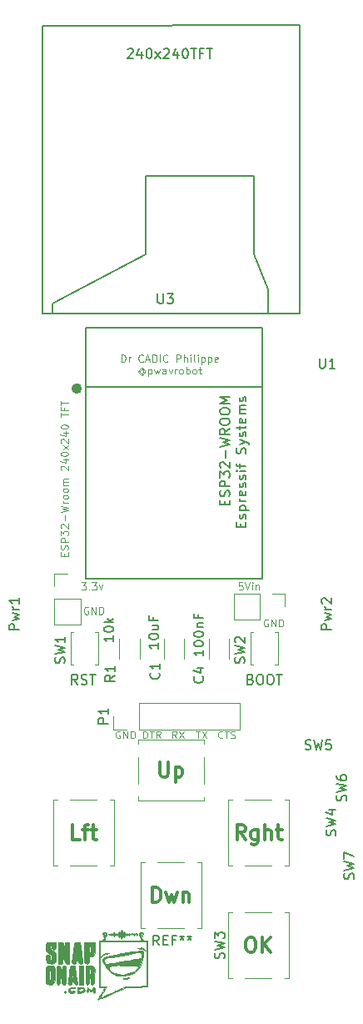
<source format=gbr>
G04 #@! TF.FileFunction,Legend,Top*
%FSLAX46Y46*%
G04 Gerber Fmt 4.6, Leading zero omitted, Abs format (unit mm)*
G04 Created by KiCad (PCBNEW 4.0.4-stable) date 04/22/19 13:39:38*
%MOMM*%
%LPD*%
G01*
G04 APERTURE LIST*
%ADD10C,0.100000*%
%ADD11C,0.300000*%
%ADD12C,0.120000*%
%ADD13C,0.500000*%
%ADD14C,0.150000*%
%ADD15C,0.010000*%
G04 APERTURE END LIST*
D10*
D11*
X101647857Y-137203571D02*
X101647857Y-135703571D01*
X102005000Y-135703571D01*
X102219285Y-135775000D01*
X102362143Y-135917857D01*
X102433571Y-136060714D01*
X102505000Y-136346429D01*
X102505000Y-136560714D01*
X102433571Y-136846429D01*
X102362143Y-136989286D01*
X102219285Y-137132143D01*
X102005000Y-137203571D01*
X101647857Y-137203571D01*
X103005000Y-136203571D02*
X103290714Y-137203571D01*
X103576428Y-136489286D01*
X103862143Y-137203571D01*
X104147857Y-136203571D01*
X104719286Y-136203571D02*
X104719286Y-137203571D01*
X104719286Y-136346429D02*
X104790714Y-136275000D01*
X104933572Y-136203571D01*
X105147857Y-136203571D01*
X105290714Y-136275000D01*
X105362143Y-136417857D01*
X105362143Y-137203571D01*
X111073572Y-130853571D02*
X110573572Y-130139286D01*
X110216429Y-130853571D02*
X110216429Y-129353571D01*
X110787857Y-129353571D01*
X110930715Y-129425000D01*
X111002143Y-129496429D01*
X111073572Y-129639286D01*
X111073572Y-129853571D01*
X111002143Y-129996429D01*
X110930715Y-130067857D01*
X110787857Y-130139286D01*
X110216429Y-130139286D01*
X112359286Y-129853571D02*
X112359286Y-131067857D01*
X112287857Y-131210714D01*
X112216429Y-131282143D01*
X112073572Y-131353571D01*
X111859286Y-131353571D01*
X111716429Y-131282143D01*
X112359286Y-130782143D02*
X112216429Y-130853571D01*
X111930715Y-130853571D01*
X111787857Y-130782143D01*
X111716429Y-130710714D01*
X111645000Y-130567857D01*
X111645000Y-130139286D01*
X111716429Y-129996429D01*
X111787857Y-129925000D01*
X111930715Y-129853571D01*
X112216429Y-129853571D01*
X112359286Y-129925000D01*
X113073572Y-130853571D02*
X113073572Y-129353571D01*
X113716429Y-130853571D02*
X113716429Y-130067857D01*
X113645000Y-129925000D01*
X113502143Y-129853571D01*
X113287858Y-129853571D01*
X113145000Y-129925000D01*
X113073572Y-129996429D01*
X114216429Y-129853571D02*
X114787858Y-129853571D01*
X114430715Y-129353571D02*
X114430715Y-130639286D01*
X114502143Y-130782143D01*
X114645001Y-130853571D01*
X114787858Y-130853571D01*
X94222143Y-130853571D02*
X93507857Y-130853571D01*
X93507857Y-129353571D01*
X94507857Y-129853571D02*
X95079286Y-129853571D01*
X94722143Y-130853571D02*
X94722143Y-129567857D01*
X94793571Y-129425000D01*
X94936429Y-129353571D01*
X95079286Y-129353571D01*
X95365000Y-129853571D02*
X95936429Y-129853571D01*
X95579286Y-129353571D02*
X95579286Y-130639286D01*
X95650714Y-130782143D01*
X95793572Y-130853571D01*
X95936429Y-130853571D01*
X102397857Y-123003571D02*
X102397857Y-124217857D01*
X102469285Y-124360714D01*
X102540714Y-124432143D01*
X102683571Y-124503571D01*
X102969285Y-124503571D01*
X103112143Y-124432143D01*
X103183571Y-124360714D01*
X103255000Y-124217857D01*
X103255000Y-123003571D01*
X103969286Y-123503571D02*
X103969286Y-125003571D01*
X103969286Y-123575000D02*
X104112143Y-123503571D01*
X104397857Y-123503571D01*
X104540714Y-123575000D01*
X104612143Y-123646429D01*
X104683572Y-123789286D01*
X104683572Y-124217857D01*
X104612143Y-124360714D01*
X104540714Y-124432143D01*
X104397857Y-124503571D01*
X104112143Y-124503571D01*
X103969286Y-124432143D01*
X111502143Y-140783571D02*
X111787857Y-140783571D01*
X111930715Y-140855000D01*
X112073572Y-140997857D01*
X112145000Y-141283571D01*
X112145000Y-141783571D01*
X112073572Y-142069286D01*
X111930715Y-142212143D01*
X111787857Y-142283571D01*
X111502143Y-142283571D01*
X111359286Y-142212143D01*
X111216429Y-142069286D01*
X111145000Y-141783571D01*
X111145000Y-141283571D01*
X111216429Y-140997857D01*
X111359286Y-140855000D01*
X111502143Y-140783571D01*
X112787858Y-142283571D02*
X112787858Y-140783571D01*
X113645001Y-142283571D02*
X113002144Y-141426429D01*
X113645001Y-140783571D02*
X112787858Y-141640714D01*
D10*
X98472443Y-82365686D02*
X98472443Y-81615686D01*
X98651015Y-81615686D01*
X98758158Y-81651400D01*
X98829586Y-81722829D01*
X98865301Y-81794257D01*
X98901015Y-81937114D01*
X98901015Y-82044257D01*
X98865301Y-82187114D01*
X98829586Y-82258543D01*
X98758158Y-82329971D01*
X98651015Y-82365686D01*
X98472443Y-82365686D01*
X99222443Y-82365686D02*
X99222443Y-81865686D01*
X99222443Y-82008543D02*
X99258158Y-81937114D01*
X99293872Y-81901400D01*
X99365301Y-81865686D01*
X99436729Y-81865686D01*
X100686730Y-82294257D02*
X100651016Y-82329971D01*
X100543873Y-82365686D01*
X100472444Y-82365686D01*
X100365301Y-82329971D01*
X100293873Y-82258543D01*
X100258158Y-82187114D01*
X100222444Y-82044257D01*
X100222444Y-81937114D01*
X100258158Y-81794257D01*
X100293873Y-81722829D01*
X100365301Y-81651400D01*
X100472444Y-81615686D01*
X100543873Y-81615686D01*
X100651016Y-81651400D01*
X100686730Y-81687114D01*
X100972444Y-82151400D02*
X101329587Y-82151400D01*
X100901016Y-82365686D02*
X101151016Y-81615686D01*
X101401016Y-82365686D01*
X101651015Y-82365686D02*
X101651015Y-81615686D01*
X101829587Y-81615686D01*
X101936730Y-81651400D01*
X102008158Y-81722829D01*
X102043873Y-81794257D01*
X102079587Y-81937114D01*
X102079587Y-82044257D01*
X102043873Y-82187114D01*
X102008158Y-82258543D01*
X101936730Y-82329971D01*
X101829587Y-82365686D01*
X101651015Y-82365686D01*
X102401015Y-82365686D02*
X102401015Y-81615686D01*
X103186730Y-82294257D02*
X103151016Y-82329971D01*
X103043873Y-82365686D01*
X102972444Y-82365686D01*
X102865301Y-82329971D01*
X102793873Y-82258543D01*
X102758158Y-82187114D01*
X102722444Y-82044257D01*
X102722444Y-81937114D01*
X102758158Y-81794257D01*
X102793873Y-81722829D01*
X102865301Y-81651400D01*
X102972444Y-81615686D01*
X103043873Y-81615686D01*
X103151016Y-81651400D01*
X103186730Y-81687114D01*
X104079587Y-82365686D02*
X104079587Y-81615686D01*
X104365302Y-81615686D01*
X104436730Y-81651400D01*
X104472445Y-81687114D01*
X104508159Y-81758543D01*
X104508159Y-81865686D01*
X104472445Y-81937114D01*
X104436730Y-81972829D01*
X104365302Y-82008543D01*
X104079587Y-82008543D01*
X104829587Y-82365686D02*
X104829587Y-81615686D01*
X105151016Y-82365686D02*
X105151016Y-81972829D01*
X105115302Y-81901400D01*
X105043873Y-81865686D01*
X104936730Y-81865686D01*
X104865302Y-81901400D01*
X104829587Y-81937114D01*
X105508158Y-82365686D02*
X105508158Y-81865686D01*
X105508158Y-81615686D02*
X105472444Y-81651400D01*
X105508158Y-81687114D01*
X105543873Y-81651400D01*
X105508158Y-81615686D01*
X105508158Y-81687114D01*
X105972444Y-82365686D02*
X105901016Y-82329971D01*
X105865301Y-82258543D01*
X105865301Y-81615686D01*
X106258158Y-82365686D02*
X106258158Y-81865686D01*
X106258158Y-81615686D02*
X106222444Y-81651400D01*
X106258158Y-81687114D01*
X106293873Y-81651400D01*
X106258158Y-81615686D01*
X106258158Y-81687114D01*
X106615301Y-81865686D02*
X106615301Y-82615686D01*
X106615301Y-81901400D02*
X106686730Y-81865686D01*
X106829587Y-81865686D01*
X106901016Y-81901400D01*
X106936730Y-81937114D01*
X106972444Y-82008543D01*
X106972444Y-82222829D01*
X106936730Y-82294257D01*
X106901016Y-82329971D01*
X106829587Y-82365686D01*
X106686730Y-82365686D01*
X106615301Y-82329971D01*
X107293872Y-81865686D02*
X107293872Y-82615686D01*
X107293872Y-81901400D02*
X107365301Y-81865686D01*
X107508158Y-81865686D01*
X107579587Y-81901400D01*
X107615301Y-81937114D01*
X107651015Y-82008543D01*
X107651015Y-82222829D01*
X107615301Y-82294257D01*
X107579587Y-82329971D01*
X107508158Y-82365686D01*
X107365301Y-82365686D01*
X107293872Y-82329971D01*
X108258158Y-82329971D02*
X108186729Y-82365686D01*
X108043872Y-82365686D01*
X107972443Y-82329971D01*
X107936729Y-82258543D01*
X107936729Y-81972829D01*
X107972443Y-81901400D01*
X108043872Y-81865686D01*
X108186729Y-81865686D01*
X108258158Y-81901400D01*
X108293872Y-81972829D01*
X108293872Y-82044257D01*
X107936729Y-82115686D01*
X100704587Y-83233543D02*
X100668873Y-83197829D01*
X100597444Y-83162114D01*
X100526016Y-83162114D01*
X100454587Y-83197829D01*
X100418873Y-83233543D01*
X100383159Y-83304971D01*
X100383159Y-83376400D01*
X100418873Y-83447829D01*
X100454587Y-83483543D01*
X100526016Y-83519257D01*
X100597444Y-83519257D01*
X100668873Y-83483543D01*
X100704587Y-83447829D01*
X100704587Y-83162114D02*
X100704587Y-83447829D01*
X100740301Y-83483543D01*
X100776016Y-83483543D01*
X100847444Y-83447829D01*
X100883159Y-83376400D01*
X100883159Y-83197829D01*
X100811730Y-83090686D01*
X100704587Y-83019257D01*
X100561730Y-82983543D01*
X100418873Y-83019257D01*
X100311730Y-83090686D01*
X100240301Y-83197829D01*
X100204587Y-83340686D01*
X100240301Y-83483543D01*
X100311730Y-83590686D01*
X100418873Y-83662114D01*
X100561730Y-83697829D01*
X100704587Y-83662114D01*
X100811730Y-83590686D01*
X101204587Y-83090686D02*
X101204587Y-83840686D01*
X101204587Y-83126400D02*
X101276016Y-83090686D01*
X101418873Y-83090686D01*
X101490302Y-83126400D01*
X101526016Y-83162114D01*
X101561730Y-83233543D01*
X101561730Y-83447829D01*
X101526016Y-83519257D01*
X101490302Y-83554971D01*
X101418873Y-83590686D01*
X101276016Y-83590686D01*
X101204587Y-83554971D01*
X101811730Y-83090686D02*
X101954587Y-83590686D01*
X102097444Y-83233543D01*
X102240301Y-83590686D01*
X102383158Y-83090686D01*
X102990301Y-83590686D02*
X102990301Y-83197829D01*
X102954587Y-83126400D01*
X102883158Y-83090686D01*
X102740301Y-83090686D01*
X102668872Y-83126400D01*
X102990301Y-83554971D02*
X102918872Y-83590686D01*
X102740301Y-83590686D01*
X102668872Y-83554971D01*
X102633158Y-83483543D01*
X102633158Y-83412114D01*
X102668872Y-83340686D01*
X102740301Y-83304971D01*
X102918872Y-83304971D01*
X102990301Y-83269257D01*
X103276015Y-83090686D02*
X103454586Y-83590686D01*
X103633158Y-83090686D01*
X103918872Y-83590686D02*
X103918872Y-83090686D01*
X103918872Y-83233543D02*
X103954587Y-83162114D01*
X103990301Y-83126400D01*
X104061730Y-83090686D01*
X104133158Y-83090686D01*
X104490301Y-83590686D02*
X104418873Y-83554971D01*
X104383158Y-83519257D01*
X104347444Y-83447829D01*
X104347444Y-83233543D01*
X104383158Y-83162114D01*
X104418873Y-83126400D01*
X104490301Y-83090686D01*
X104597444Y-83090686D01*
X104668873Y-83126400D01*
X104704587Y-83162114D01*
X104740301Y-83233543D01*
X104740301Y-83447829D01*
X104704587Y-83519257D01*
X104668873Y-83554971D01*
X104597444Y-83590686D01*
X104490301Y-83590686D01*
X105061729Y-83590686D02*
X105061729Y-82840686D01*
X105061729Y-83126400D02*
X105133158Y-83090686D01*
X105276015Y-83090686D01*
X105347444Y-83126400D01*
X105383158Y-83162114D01*
X105418872Y-83233543D01*
X105418872Y-83447829D01*
X105383158Y-83519257D01*
X105347444Y-83554971D01*
X105276015Y-83590686D01*
X105133158Y-83590686D01*
X105061729Y-83554971D01*
X105847443Y-83590686D02*
X105776015Y-83554971D01*
X105740300Y-83519257D01*
X105704586Y-83447829D01*
X105704586Y-83233543D01*
X105740300Y-83162114D01*
X105776015Y-83126400D01*
X105847443Y-83090686D01*
X105954586Y-83090686D01*
X106026015Y-83126400D01*
X106061729Y-83162114D01*
X106097443Y-83233543D01*
X106097443Y-83447829D01*
X106061729Y-83519257D01*
X106026015Y-83554971D01*
X105954586Y-83590686D01*
X105847443Y-83590686D01*
X106311729Y-83090686D02*
X106597443Y-83090686D01*
X106418871Y-82840686D02*
X106418871Y-83483543D01*
X106454586Y-83554971D01*
X106526014Y-83590686D01*
X106597443Y-83590686D01*
X113372972Y-108527500D02*
X113301543Y-108491786D01*
X113194400Y-108491786D01*
X113087257Y-108527500D01*
X113015829Y-108598929D01*
X112980114Y-108670357D01*
X112944400Y-108813214D01*
X112944400Y-108920357D01*
X112980114Y-109063214D01*
X113015829Y-109134643D01*
X113087257Y-109206071D01*
X113194400Y-109241786D01*
X113265829Y-109241786D01*
X113372972Y-109206071D01*
X113408686Y-109170357D01*
X113408686Y-108920357D01*
X113265829Y-108920357D01*
X113730114Y-109241786D02*
X113730114Y-108491786D01*
X114158686Y-109241786D01*
X114158686Y-108491786D01*
X114515828Y-109241786D02*
X114515828Y-108491786D01*
X114694400Y-108491786D01*
X114801543Y-108527500D01*
X114872971Y-108598929D01*
X114908686Y-108670357D01*
X114944400Y-108813214D01*
X114944400Y-108920357D01*
X114908686Y-109063214D01*
X114872971Y-109134643D01*
X114801543Y-109206071D01*
X114694400Y-109241786D01*
X114515828Y-109241786D01*
X110794486Y-104757986D02*
X110437343Y-104757986D01*
X110401629Y-105115129D01*
X110437343Y-105079414D01*
X110508772Y-105043700D01*
X110687343Y-105043700D01*
X110758772Y-105079414D01*
X110794486Y-105115129D01*
X110830201Y-105186557D01*
X110830201Y-105365129D01*
X110794486Y-105436557D01*
X110758772Y-105472271D01*
X110687343Y-105507986D01*
X110508772Y-105507986D01*
X110437343Y-105472271D01*
X110401629Y-105436557D01*
X111044487Y-104757986D02*
X111294487Y-105507986D01*
X111544487Y-104757986D01*
X111794486Y-105507986D02*
X111794486Y-105007986D01*
X111794486Y-104757986D02*
X111758772Y-104793700D01*
X111794486Y-104829414D01*
X111830201Y-104793700D01*
X111794486Y-104757986D01*
X111794486Y-104829414D01*
X112151629Y-105007986D02*
X112151629Y-105507986D01*
X112151629Y-105079414D02*
X112187344Y-105043700D01*
X112258772Y-105007986D01*
X112365915Y-105007986D01*
X112437344Y-105043700D01*
X112473058Y-105115129D01*
X112473058Y-105507986D01*
X94407171Y-104757986D02*
X94871457Y-104757986D01*
X94621457Y-105043700D01*
X94728599Y-105043700D01*
X94800028Y-105079414D01*
X94835742Y-105115129D01*
X94871457Y-105186557D01*
X94871457Y-105365129D01*
X94835742Y-105436557D01*
X94800028Y-105472271D01*
X94728599Y-105507986D01*
X94514314Y-105507986D01*
X94442885Y-105472271D01*
X94407171Y-105436557D01*
X95192885Y-105436557D02*
X95228600Y-105472271D01*
X95192885Y-105507986D01*
X95157171Y-105472271D01*
X95192885Y-105436557D01*
X95192885Y-105507986D01*
X95478600Y-104757986D02*
X95942886Y-104757986D01*
X95692886Y-105043700D01*
X95800028Y-105043700D01*
X95871457Y-105079414D01*
X95907171Y-105115129D01*
X95942886Y-105186557D01*
X95942886Y-105365129D01*
X95907171Y-105436557D01*
X95871457Y-105472271D01*
X95800028Y-105507986D01*
X95585743Y-105507986D01*
X95514314Y-105472271D01*
X95478600Y-105436557D01*
X96192886Y-105007986D02*
X96371457Y-105507986D01*
X96550029Y-105007986D01*
X95084972Y-107270200D02*
X95013543Y-107234486D01*
X94906400Y-107234486D01*
X94799257Y-107270200D01*
X94727829Y-107341629D01*
X94692114Y-107413057D01*
X94656400Y-107555914D01*
X94656400Y-107663057D01*
X94692114Y-107805914D01*
X94727829Y-107877343D01*
X94799257Y-107948771D01*
X94906400Y-107984486D01*
X94977829Y-107984486D01*
X95084972Y-107948771D01*
X95120686Y-107913057D01*
X95120686Y-107663057D01*
X94977829Y-107663057D01*
X95442114Y-107984486D02*
X95442114Y-107234486D01*
X95870686Y-107984486D01*
X95870686Y-107234486D01*
X96227828Y-107984486D02*
X96227828Y-107234486D01*
X96406400Y-107234486D01*
X96513543Y-107270200D01*
X96584971Y-107341629D01*
X96620686Y-107413057D01*
X96656400Y-107555914D01*
X96656400Y-107663057D01*
X96620686Y-107805914D01*
X96584971Y-107877343D01*
X96513543Y-107948771D01*
X96406400Y-107984486D01*
X96227828Y-107984486D01*
X92656429Y-102055430D02*
X92656429Y-101805430D01*
X93049286Y-101698287D02*
X93049286Y-102055430D01*
X92299286Y-102055430D01*
X92299286Y-101698287D01*
X93013571Y-101412573D02*
X93049286Y-101305430D01*
X93049286Y-101126859D01*
X93013571Y-101055430D01*
X92977857Y-101019716D01*
X92906429Y-100984001D01*
X92835000Y-100984001D01*
X92763571Y-101019716D01*
X92727857Y-101055430D01*
X92692143Y-101126859D01*
X92656429Y-101269716D01*
X92620714Y-101341144D01*
X92585000Y-101376859D01*
X92513571Y-101412573D01*
X92442143Y-101412573D01*
X92370714Y-101376859D01*
X92335000Y-101341144D01*
X92299286Y-101269716D01*
X92299286Y-101091144D01*
X92335000Y-100984001D01*
X93049286Y-100662573D02*
X92299286Y-100662573D01*
X92299286Y-100376858D01*
X92335000Y-100305430D01*
X92370714Y-100269715D01*
X92442143Y-100234001D01*
X92549286Y-100234001D01*
X92620714Y-100269715D01*
X92656429Y-100305430D01*
X92692143Y-100376858D01*
X92692143Y-100662573D01*
X92299286Y-99984001D02*
X92299286Y-99519715D01*
X92585000Y-99769715D01*
X92585000Y-99662573D01*
X92620714Y-99591144D01*
X92656429Y-99555430D01*
X92727857Y-99519715D01*
X92906429Y-99519715D01*
X92977857Y-99555430D01*
X93013571Y-99591144D01*
X93049286Y-99662573D01*
X93049286Y-99876858D01*
X93013571Y-99948287D01*
X92977857Y-99984001D01*
X92370714Y-99234001D02*
X92335000Y-99198287D01*
X92299286Y-99126858D01*
X92299286Y-98948287D01*
X92335000Y-98876858D01*
X92370714Y-98841144D01*
X92442143Y-98805429D01*
X92513571Y-98805429D01*
X92620714Y-98841144D01*
X93049286Y-99269715D01*
X93049286Y-98805429D01*
X92763571Y-98484001D02*
X92763571Y-97912572D01*
X92299286Y-97626858D02*
X93049286Y-97448287D01*
X92513571Y-97305430D01*
X93049286Y-97162572D01*
X92299286Y-96984001D01*
X93049286Y-96698287D02*
X92549286Y-96698287D01*
X92692143Y-96698287D02*
X92620714Y-96662572D01*
X92585000Y-96626858D01*
X92549286Y-96555429D01*
X92549286Y-96484001D01*
X93049286Y-96126858D02*
X93013571Y-96198286D01*
X92977857Y-96234001D01*
X92906429Y-96269715D01*
X92692143Y-96269715D01*
X92620714Y-96234001D01*
X92585000Y-96198286D01*
X92549286Y-96126858D01*
X92549286Y-96019715D01*
X92585000Y-95948286D01*
X92620714Y-95912572D01*
X92692143Y-95876858D01*
X92906429Y-95876858D01*
X92977857Y-95912572D01*
X93013571Y-95948286D01*
X93049286Y-96019715D01*
X93049286Y-96126858D01*
X93049286Y-95448287D02*
X93013571Y-95519715D01*
X92977857Y-95555430D01*
X92906429Y-95591144D01*
X92692143Y-95591144D01*
X92620714Y-95555430D01*
X92585000Y-95519715D01*
X92549286Y-95448287D01*
X92549286Y-95341144D01*
X92585000Y-95269715D01*
X92620714Y-95234001D01*
X92692143Y-95198287D01*
X92906429Y-95198287D01*
X92977857Y-95234001D01*
X93013571Y-95269715D01*
X93049286Y-95341144D01*
X93049286Y-95448287D01*
X93049286Y-94876859D02*
X92549286Y-94876859D01*
X92620714Y-94876859D02*
X92585000Y-94841144D01*
X92549286Y-94769716D01*
X92549286Y-94662573D01*
X92585000Y-94591144D01*
X92656429Y-94555430D01*
X93049286Y-94555430D01*
X92656429Y-94555430D02*
X92585000Y-94519716D01*
X92549286Y-94448287D01*
X92549286Y-94341144D01*
X92585000Y-94269716D01*
X92656429Y-94234001D01*
X93049286Y-94234001D01*
X92370714Y-93341144D02*
X92335000Y-93305430D01*
X92299286Y-93234001D01*
X92299286Y-93055430D01*
X92335000Y-92984001D01*
X92370714Y-92948287D01*
X92442143Y-92912572D01*
X92513571Y-92912572D01*
X92620714Y-92948287D01*
X93049286Y-93376858D01*
X93049286Y-92912572D01*
X92549286Y-92269715D02*
X93049286Y-92269715D01*
X92263571Y-92448286D02*
X92799286Y-92626858D01*
X92799286Y-92162572D01*
X92299286Y-91734000D02*
X92299286Y-91662572D01*
X92335000Y-91591143D01*
X92370714Y-91555429D01*
X92442143Y-91519715D01*
X92585000Y-91484000D01*
X92763571Y-91484000D01*
X92906429Y-91519715D01*
X92977857Y-91555429D01*
X93013571Y-91591143D01*
X93049286Y-91662572D01*
X93049286Y-91734000D01*
X93013571Y-91805429D01*
X92977857Y-91841143D01*
X92906429Y-91876858D01*
X92763571Y-91912572D01*
X92585000Y-91912572D01*
X92442143Y-91876858D01*
X92370714Y-91841143D01*
X92335000Y-91805429D01*
X92299286Y-91734000D01*
X93049286Y-91234000D02*
X92549286Y-90841143D01*
X92549286Y-91234000D02*
X93049286Y-90841143D01*
X92370714Y-90591143D02*
X92335000Y-90555429D01*
X92299286Y-90484000D01*
X92299286Y-90305429D01*
X92335000Y-90234000D01*
X92370714Y-90198286D01*
X92442143Y-90162571D01*
X92513571Y-90162571D01*
X92620714Y-90198286D01*
X93049286Y-90626857D01*
X93049286Y-90162571D01*
X92549286Y-89519714D02*
X93049286Y-89519714D01*
X92263571Y-89698285D02*
X92799286Y-89876857D01*
X92799286Y-89412571D01*
X92299286Y-88983999D02*
X92299286Y-88912571D01*
X92335000Y-88841142D01*
X92370714Y-88805428D01*
X92442143Y-88769714D01*
X92585000Y-88733999D01*
X92763571Y-88733999D01*
X92906429Y-88769714D01*
X92977857Y-88805428D01*
X93013571Y-88841142D01*
X93049286Y-88912571D01*
X93049286Y-88983999D01*
X93013571Y-89055428D01*
X92977857Y-89091142D01*
X92906429Y-89126857D01*
X92763571Y-89162571D01*
X92585000Y-89162571D01*
X92442143Y-89126857D01*
X92370714Y-89091142D01*
X92335000Y-89055428D01*
X92299286Y-88983999D01*
X92299286Y-87948284D02*
X92299286Y-87519713D01*
X93049286Y-87733999D02*
X92299286Y-87733999D01*
X92656429Y-87019713D02*
X92656429Y-87269713D01*
X93049286Y-87269713D02*
X92299286Y-87269713D01*
X92299286Y-86912570D01*
X92299286Y-86733998D02*
X92299286Y-86305427D01*
X93049286Y-86519713D02*
X92299286Y-86519713D01*
X108758486Y-120511457D02*
X108722772Y-120547171D01*
X108615629Y-120582886D01*
X108544200Y-120582886D01*
X108437057Y-120547171D01*
X108365629Y-120475743D01*
X108329914Y-120404314D01*
X108294200Y-120261457D01*
X108294200Y-120154314D01*
X108329914Y-120011457D01*
X108365629Y-119940029D01*
X108437057Y-119868600D01*
X108544200Y-119832886D01*
X108615629Y-119832886D01*
X108722772Y-119868600D01*
X108758486Y-119904314D01*
X108972772Y-119832886D02*
X109401343Y-119832886D01*
X109187057Y-120582886D02*
X109187057Y-119832886D01*
X109615629Y-120547171D02*
X109722772Y-120582886D01*
X109901343Y-120582886D01*
X109972772Y-120547171D01*
X110008486Y-120511457D01*
X110044201Y-120440029D01*
X110044201Y-120368600D01*
X110008486Y-120297171D01*
X109972772Y-120261457D01*
X109901343Y-120225743D01*
X109758486Y-120190029D01*
X109687058Y-120154314D01*
X109651343Y-120118600D01*
X109615629Y-120047171D01*
X109615629Y-119975743D01*
X109651343Y-119904314D01*
X109687058Y-119868600D01*
X109758486Y-119832886D01*
X109937058Y-119832886D01*
X110044201Y-119868600D01*
X106057772Y-119832886D02*
X106486343Y-119832886D01*
X106272057Y-120582886D02*
X106272057Y-119832886D01*
X106664915Y-119832886D02*
X107164915Y-120582886D01*
X107164915Y-119832886D02*
X106664915Y-120582886D01*
X104091200Y-120582886D02*
X103841200Y-120225743D01*
X103662628Y-120582886D02*
X103662628Y-119832886D01*
X103948343Y-119832886D01*
X104019771Y-119868600D01*
X104055486Y-119904314D01*
X104091200Y-119975743D01*
X104091200Y-120082886D01*
X104055486Y-120154314D01*
X104019771Y-120190029D01*
X103948343Y-120225743D01*
X103662628Y-120225743D01*
X104341200Y-119832886D02*
X104841200Y-120582886D01*
X104841200Y-119832886D02*
X104341200Y-120582886D01*
X100692057Y-120582886D02*
X100692057Y-119832886D01*
X100870629Y-119832886D01*
X100977772Y-119868600D01*
X101049200Y-119940029D01*
X101084915Y-120011457D01*
X101120629Y-120154314D01*
X101120629Y-120261457D01*
X101084915Y-120404314D01*
X101049200Y-120475743D01*
X100977772Y-120547171D01*
X100870629Y-120582886D01*
X100692057Y-120582886D01*
X101334915Y-119832886D02*
X101763486Y-119832886D01*
X101549200Y-120582886D02*
X101549200Y-119832886D01*
X102442058Y-120582886D02*
X102192058Y-120225743D01*
X102013486Y-120582886D02*
X102013486Y-119832886D01*
X102299201Y-119832886D01*
X102370629Y-119868600D01*
X102406344Y-119904314D01*
X102442058Y-119975743D01*
X102442058Y-120082886D01*
X102406344Y-120154314D01*
X102370629Y-120190029D01*
X102299201Y-120225743D01*
X102013486Y-120225743D01*
X98310772Y-119868600D02*
X98239343Y-119832886D01*
X98132200Y-119832886D01*
X98025057Y-119868600D01*
X97953629Y-119940029D01*
X97917914Y-120011457D01*
X97882200Y-120154314D01*
X97882200Y-120261457D01*
X97917914Y-120404314D01*
X97953629Y-120475743D01*
X98025057Y-120547171D01*
X98132200Y-120582886D01*
X98203629Y-120582886D01*
X98310772Y-120547171D01*
X98346486Y-120511457D01*
X98346486Y-120261457D01*
X98203629Y-120261457D01*
X98667914Y-120582886D02*
X98667914Y-119832886D01*
X99096486Y-120582886D01*
X99096486Y-119832886D01*
X99453628Y-120582886D02*
X99453628Y-119832886D01*
X99632200Y-119832886D01*
X99739343Y-119868600D01*
X99810771Y-119940029D01*
X99846486Y-120011457D01*
X99882200Y-120154314D01*
X99882200Y-120261457D01*
X99846486Y-120404314D01*
X99810771Y-120475743D01*
X99739343Y-120547171D01*
X99632200Y-120582886D01*
X99453628Y-120582886D01*
D12*
X102815200Y-110480600D02*
X102815200Y-112480600D01*
X104855200Y-112480600D02*
X104855200Y-110480600D01*
X109427200Y-112480600D02*
X109427200Y-110480600D01*
X107387200Y-110480600D02*
X107387200Y-112480600D01*
X100279200Y-119668600D02*
X110499200Y-119668600D01*
X110499200Y-119668600D02*
X110499200Y-117008600D01*
X110499200Y-117008600D02*
X100279200Y-117008600D01*
X100279200Y-117008600D02*
X100279200Y-119668600D01*
X99009200Y-119668600D02*
X97679200Y-119668600D01*
X97679200Y-119668600D02*
X97679200Y-118338600D01*
X98193200Y-112480600D02*
X98193200Y-110480600D01*
X100333200Y-110480600D02*
X100333200Y-112480600D01*
X95791200Y-113130600D02*
X96091200Y-113130600D01*
X96091200Y-113130600D02*
X96091200Y-109830600D01*
X96091200Y-109830600D02*
X95791200Y-109830600D01*
X93591200Y-113130600D02*
X93291200Y-113130600D01*
X93291200Y-113130600D02*
X93291200Y-109830600D01*
X93291200Y-109830600D02*
X93591200Y-109830600D01*
X114079200Y-113130600D02*
X114379200Y-113130600D01*
X114379200Y-113130600D02*
X114379200Y-109830600D01*
X114379200Y-109830600D02*
X114079200Y-109830600D01*
X111879200Y-113130600D02*
X111579200Y-113130600D01*
X111579200Y-113130600D02*
X111579200Y-109830600D01*
X111579200Y-109830600D02*
X111879200Y-109830600D01*
D13*
X94213181Y-85064600D02*
G75*
G03X94213181Y-85064600I-283981J0D01*
G01*
D14*
X112835200Y-84918600D02*
X94835200Y-84918600D01*
X94835200Y-78918600D02*
X94835200Y-104418600D01*
X112835200Y-78918600D02*
X112835200Y-104418600D01*
X112835200Y-104418600D02*
X94835200Y-104418600D01*
X112835200Y-78918600D02*
X94835200Y-78918600D01*
D12*
X91659400Y-106438700D02*
X91659400Y-109038700D01*
X91659400Y-109038700D02*
X94319400Y-109038700D01*
X94319400Y-109038700D02*
X94319400Y-106438700D01*
X94319400Y-106438700D02*
X91659400Y-106438700D01*
X91659400Y-105168700D02*
X91659400Y-103838700D01*
X91659400Y-103838700D02*
X92989400Y-103838700D01*
X112509300Y-105883400D02*
X109909300Y-105883400D01*
X109909300Y-105883400D02*
X109909300Y-108543400D01*
X109909300Y-108543400D02*
X112509300Y-108543400D01*
X112509300Y-108543400D02*
X112509300Y-105883400D01*
X113779300Y-105883400D02*
X115109300Y-105883400D01*
X115109300Y-105883400D02*
X115109300Y-107213400D01*
D14*
X91424000Y-76470000D02*
X91424000Y-77470000D01*
X113424000Y-76970000D02*
X113424000Y-77470000D01*
X113424000Y-76970000D02*
X113424000Y-74970000D01*
X113424000Y-74970000D02*
X111924000Y-71470000D01*
X111924000Y-71470000D02*
X111924000Y-63470000D01*
X111924000Y-63470000D02*
X100924000Y-63470000D01*
X100924000Y-63470000D02*
X100924000Y-71470000D01*
X100924000Y-71470000D02*
X91424000Y-76470000D01*
X90424000Y-77470000D02*
X90424000Y-48210000D01*
X90424000Y-48210000D02*
X116574000Y-48170000D01*
X116574000Y-48170000D02*
X116574000Y-77470000D01*
X116574000Y-77470000D02*
X90424000Y-77470000D01*
D12*
X115045000Y-144955000D02*
X115495000Y-144955000D01*
X115495000Y-144955000D02*
X115495000Y-138255000D01*
X115495000Y-138255000D02*
X115095000Y-138255000D01*
X113745000Y-144955000D02*
X111045000Y-144955000D01*
X111045000Y-138255000D02*
X113745000Y-138255000D01*
X109295000Y-144955000D02*
X109295000Y-138255000D01*
X109295000Y-138255000D02*
X109745000Y-138255000D01*
X109745000Y-144955000D02*
X109295000Y-144955000D01*
X97265000Y-133525000D02*
X97715000Y-133525000D01*
X97715000Y-133525000D02*
X97715000Y-126825000D01*
X97715000Y-126825000D02*
X97315000Y-126825000D01*
X95965000Y-133525000D02*
X93265000Y-133525000D01*
X93265000Y-126825000D02*
X95965000Y-126825000D01*
X91515000Y-133525000D02*
X91515000Y-126825000D01*
X91515000Y-126825000D02*
X91965000Y-126825000D01*
X91965000Y-133525000D02*
X91515000Y-133525000D01*
X100155000Y-126475000D02*
X100155000Y-126925000D01*
X100155000Y-126925000D02*
X106855000Y-126925000D01*
X106855000Y-126925000D02*
X106855000Y-126525000D01*
X100155000Y-125175000D02*
X100155000Y-122475000D01*
X106855000Y-122475000D02*
X106855000Y-125175000D01*
X100155000Y-120725000D02*
X106855000Y-120725000D01*
X106855000Y-120725000D02*
X106855000Y-121175000D01*
X100155000Y-121175000D02*
X100155000Y-120725000D01*
X115045000Y-133525000D02*
X115495000Y-133525000D01*
X115495000Y-133525000D02*
X115495000Y-126825000D01*
X115495000Y-126825000D02*
X115095000Y-126825000D01*
X113745000Y-133525000D02*
X111045000Y-133525000D01*
X111045000Y-126825000D02*
X113745000Y-126825000D01*
X109295000Y-133525000D02*
X109295000Y-126825000D01*
X109295000Y-126825000D02*
X109745000Y-126825000D01*
X109745000Y-133525000D02*
X109295000Y-133525000D01*
X106155000Y-139875000D02*
X106605000Y-139875000D01*
X106605000Y-139875000D02*
X106605000Y-133175000D01*
X106605000Y-133175000D02*
X106205000Y-133175000D01*
X104855000Y-139875000D02*
X102155000Y-139875000D01*
X102155000Y-133175000D02*
X104855000Y-133175000D01*
X100405000Y-139875000D02*
X100405000Y-133175000D01*
X100405000Y-133175000D02*
X100855000Y-133175000D01*
X100855000Y-139875000D02*
X100405000Y-139875000D01*
D15*
G36*
X96923182Y-140331049D02*
X96955177Y-140366100D01*
X97001093Y-140489756D01*
X96923211Y-140588134D01*
X96821093Y-140753100D01*
X96795167Y-140895700D01*
X96795167Y-141097000D01*
X100435833Y-141097000D01*
X100435833Y-140895700D01*
X100384809Y-140692813D01*
X100307789Y-140588134D01*
X100247358Y-140499609D01*
X100388461Y-140499609D01*
X100409913Y-140534858D01*
X100532816Y-140586362D01*
X100602709Y-140495741D01*
X100605167Y-140462000D01*
X100562100Y-140349289D01*
X100525497Y-140335000D01*
X100414937Y-140391021D01*
X100388461Y-140499609D01*
X100247358Y-140499609D01*
X100227040Y-140469847D01*
X100275823Y-140366100D01*
X100438905Y-140249922D01*
X100577885Y-140270024D01*
X100653116Y-140394068D01*
X100624951Y-140589716D01*
X100603903Y-140633695D01*
X100534170Y-140871393D01*
X100610112Y-141030736D01*
X100823218Y-141096192D01*
X100857849Y-141097000D01*
X101115845Y-141097000D01*
X101070833Y-145796000D01*
X100012500Y-145838334D01*
X98954167Y-145880667D01*
X97541523Y-146494500D01*
X97088242Y-146690259D01*
X96689419Y-146860212D01*
X96370607Y-146993656D01*
X96157361Y-147079888D01*
X96076026Y-147108334D01*
X96062571Y-147051442D01*
X96085247Y-147002500D01*
X96161992Y-146881436D01*
X96302683Y-146667170D01*
X96471244Y-146414479D01*
X96633419Y-146166714D01*
X96749613Y-145977072D01*
X96795146Y-145885873D01*
X96795167Y-145885312D01*
X96720641Y-145854243D01*
X96537421Y-145838733D01*
X96498833Y-145838334D01*
X96202500Y-145838334D01*
X96202500Y-141181667D01*
X96287167Y-141181667D01*
X96287167Y-145753667D01*
X96625833Y-145753667D01*
X96837991Y-145765143D01*
X96955914Y-145793809D01*
X96964500Y-145805364D01*
X96919237Y-145894435D01*
X96799198Y-146084324D01*
X96628007Y-146338045D01*
X96582018Y-146404207D01*
X96435722Y-146613176D01*
X96340206Y-146762303D01*
X96310283Y-146850530D01*
X96360763Y-146876802D01*
X96506456Y-146840064D01*
X96762174Y-146739257D01*
X97142726Y-146573328D01*
X97662924Y-146341219D01*
X97700497Y-146324453D01*
X98869500Y-145802913D01*
X99927833Y-145757123D01*
X100986167Y-145711334D01*
X101003258Y-143446500D01*
X101020350Y-141181667D01*
X96287167Y-141181667D01*
X96202500Y-141181667D01*
X96202500Y-141097000D01*
X96416824Y-141097000D01*
X96617055Y-141037716D01*
X96693622Y-140878375D01*
X96633922Y-140646746D01*
X96627097Y-140633695D01*
X96584649Y-140469056D01*
X96625833Y-140469056D01*
X96675187Y-140561774D01*
X96776737Y-140546989D01*
X96860430Y-140435542D01*
X96823581Y-140349175D01*
X96759889Y-140335000D01*
X96643257Y-140403170D01*
X96625833Y-140469056D01*
X96584649Y-140469056D01*
X96574011Y-140427800D01*
X96632095Y-140287169D01*
X96761701Y-140244139D01*
X96923182Y-140331049D01*
X96923182Y-140331049D01*
G37*
X96923182Y-140331049D02*
X96955177Y-140366100D01*
X97001093Y-140489756D01*
X96923211Y-140588134D01*
X96821093Y-140753100D01*
X96795167Y-140895700D01*
X96795167Y-141097000D01*
X100435833Y-141097000D01*
X100435833Y-140895700D01*
X100384809Y-140692813D01*
X100307789Y-140588134D01*
X100247358Y-140499609D01*
X100388461Y-140499609D01*
X100409913Y-140534858D01*
X100532816Y-140586362D01*
X100602709Y-140495741D01*
X100605167Y-140462000D01*
X100562100Y-140349289D01*
X100525497Y-140335000D01*
X100414937Y-140391021D01*
X100388461Y-140499609D01*
X100247358Y-140499609D01*
X100227040Y-140469847D01*
X100275823Y-140366100D01*
X100438905Y-140249922D01*
X100577885Y-140270024D01*
X100653116Y-140394068D01*
X100624951Y-140589716D01*
X100603903Y-140633695D01*
X100534170Y-140871393D01*
X100610112Y-141030736D01*
X100823218Y-141096192D01*
X100857849Y-141097000D01*
X101115845Y-141097000D01*
X101070833Y-145796000D01*
X100012500Y-145838334D01*
X98954167Y-145880667D01*
X97541523Y-146494500D01*
X97088242Y-146690259D01*
X96689419Y-146860212D01*
X96370607Y-146993656D01*
X96157361Y-147079888D01*
X96076026Y-147108334D01*
X96062571Y-147051442D01*
X96085247Y-147002500D01*
X96161992Y-146881436D01*
X96302683Y-146667170D01*
X96471244Y-146414479D01*
X96633419Y-146166714D01*
X96749613Y-145977072D01*
X96795146Y-145885873D01*
X96795167Y-145885312D01*
X96720641Y-145854243D01*
X96537421Y-145838733D01*
X96498833Y-145838334D01*
X96202500Y-145838334D01*
X96202500Y-141181667D01*
X96287167Y-141181667D01*
X96287167Y-145753667D01*
X96625833Y-145753667D01*
X96837991Y-145765143D01*
X96955914Y-145793809D01*
X96964500Y-145805364D01*
X96919237Y-145894435D01*
X96799198Y-146084324D01*
X96628007Y-146338045D01*
X96582018Y-146404207D01*
X96435722Y-146613176D01*
X96340206Y-146762303D01*
X96310283Y-146850530D01*
X96360763Y-146876802D01*
X96506456Y-146840064D01*
X96762174Y-146739257D01*
X97142726Y-146573328D01*
X97662924Y-146341219D01*
X97700497Y-146324453D01*
X98869500Y-145802913D01*
X99927833Y-145757123D01*
X100986167Y-145711334D01*
X101003258Y-143446500D01*
X101020350Y-141181667D01*
X96287167Y-141181667D01*
X96202500Y-141181667D01*
X96202500Y-141097000D01*
X96416824Y-141097000D01*
X96617055Y-141037716D01*
X96693622Y-140878375D01*
X96633922Y-140646746D01*
X96627097Y-140633695D01*
X96584649Y-140469056D01*
X96625833Y-140469056D01*
X96675187Y-140561774D01*
X96776737Y-140546989D01*
X96860430Y-140435542D01*
X96823581Y-140349175D01*
X96759889Y-140335000D01*
X96643257Y-140403170D01*
X96625833Y-140469056D01*
X96584649Y-140469056D01*
X96574011Y-140427800D01*
X96632095Y-140287169D01*
X96761701Y-140244139D01*
X96923182Y-140331049D01*
G36*
X92806281Y-146245577D02*
X92815833Y-146304000D01*
X92770116Y-146416672D01*
X92731167Y-146431000D01*
X92656052Y-146362424D01*
X92646500Y-146304000D01*
X92692217Y-146191328D01*
X92731167Y-146177000D01*
X92806281Y-146245577D01*
X92806281Y-146245577D01*
G37*
X92806281Y-146245577D02*
X92815833Y-146304000D01*
X92770116Y-146416672D01*
X92731167Y-146431000D01*
X92656052Y-146362424D01*
X92646500Y-146304000D01*
X92692217Y-146191328D01*
X92731167Y-146177000D01*
X92806281Y-146245577D01*
G36*
X93637899Y-145857857D02*
X93743020Y-145901448D01*
X93747167Y-145915773D01*
X93674682Y-145965465D01*
X93493167Y-145952634D01*
X93314970Y-145933479D01*
X93247474Y-145994424D01*
X93239167Y-146091360D01*
X93263784Y-146221632D01*
X93371074Y-146256047D01*
X93493167Y-146243607D01*
X93689738Y-146244279D01*
X93747167Y-146318664D01*
X93676861Y-146397992D01*
X93510287Y-146431679D01*
X93313960Y-146420726D01*
X93154392Y-146366138D01*
X93102349Y-146308946D01*
X93069459Y-146072625D01*
X93183374Y-145920317D01*
X93430371Y-145854389D01*
X93637899Y-145857857D01*
X93637899Y-145857857D01*
G37*
X93637899Y-145857857D02*
X93743020Y-145901448D01*
X93747167Y-145915773D01*
X93674682Y-145965465D01*
X93493167Y-145952634D01*
X93314970Y-145933479D01*
X93247474Y-145994424D01*
X93239167Y-146091360D01*
X93263784Y-146221632D01*
X93371074Y-146256047D01*
X93493167Y-146243607D01*
X93689738Y-146244279D01*
X93747167Y-146318664D01*
X93676861Y-146397992D01*
X93510287Y-146431679D01*
X93313960Y-146420726D01*
X93154392Y-146366138D01*
X93102349Y-146308946D01*
X93069459Y-146072625D01*
X93183374Y-145920317D01*
X93430371Y-145854389D01*
X93637899Y-145857857D01*
G36*
X94361000Y-145854632D02*
X94587140Y-145880747D01*
X94691056Y-145939672D01*
X94719813Y-146068038D01*
X94720833Y-146134667D01*
X94707017Y-146295295D01*
X94634190Y-146373916D01*
X94455286Y-146407160D01*
X94361000Y-146414702D01*
X94001167Y-146440736D01*
X94001167Y-146113500D01*
X94101516Y-146113500D01*
X94120042Y-146220085D01*
X94255763Y-146259483D01*
X94333625Y-146261667D01*
X94521421Y-146237142D01*
X94589749Y-146143244D01*
X94593833Y-146086710D01*
X94560462Y-145961678D01*
X94429023Y-145932762D01*
X94361724Y-145938543D01*
X94168697Y-146010823D01*
X94101516Y-146113500D01*
X94001167Y-146113500D01*
X94001167Y-145828597D01*
X94361000Y-145854632D01*
X94361000Y-145854632D01*
G37*
X94361000Y-145854632D02*
X94587140Y-145880747D01*
X94691056Y-145939672D01*
X94719813Y-146068038D01*
X94720833Y-146134667D01*
X94707017Y-146295295D01*
X94634190Y-146373916D01*
X94455286Y-146407160D01*
X94361000Y-146414702D01*
X94001167Y-146440736D01*
X94001167Y-146113500D01*
X94101516Y-146113500D01*
X94120042Y-146220085D01*
X94255763Y-146259483D01*
X94333625Y-146261667D01*
X94521421Y-146237142D01*
X94589749Y-146143244D01*
X94593833Y-146086710D01*
X94560462Y-145961678D01*
X94429023Y-145932762D01*
X94361724Y-145938543D01*
X94168697Y-146010823D01*
X94101516Y-146113500D01*
X94001167Y-146113500D01*
X94001167Y-145828597D01*
X94361000Y-145854632D01*
G36*
X95220613Y-145999945D02*
X95353821Y-146114416D01*
X95429208Y-146113329D01*
X95507239Y-146004910D01*
X95636294Y-145858551D01*
X95729644Y-145874388D01*
X95776060Y-146047066D01*
X95779167Y-146134667D01*
X95757901Y-146330534D01*
X95705611Y-146428441D01*
X95694500Y-146431000D01*
X95627371Y-146359163D01*
X95607140Y-146240500D01*
X95595393Y-146109241D01*
X95542391Y-146134467D01*
X95491287Y-146199106D01*
X95393241Y-146300595D01*
X95309461Y-146262653D01*
X95262619Y-146209035D01*
X95172806Y-146123762D01*
X95123721Y-146180249D01*
X95099691Y-146270742D01*
X95045124Y-146397070D01*
X94989794Y-146370540D01*
X94961780Y-146217821D01*
X94982668Y-146048929D01*
X95038016Y-145828403D01*
X95220613Y-145999945D01*
X95220613Y-145999945D01*
G37*
X95220613Y-145999945D02*
X95353821Y-146114416D01*
X95429208Y-146113329D01*
X95507239Y-146004910D01*
X95636294Y-145858551D01*
X95729644Y-145874388D01*
X95776060Y-146047066D01*
X95779167Y-146134667D01*
X95757901Y-146330534D01*
X95705611Y-146428441D01*
X95694500Y-146431000D01*
X95627371Y-146359163D01*
X95607140Y-146240500D01*
X95595393Y-146109241D01*
X95542391Y-146134467D01*
X95491287Y-146199106D01*
X95393241Y-146300595D01*
X95309461Y-146262653D01*
X95262619Y-146209035D01*
X95172806Y-146123762D01*
X95123721Y-146180249D01*
X95099691Y-146270742D01*
X95045124Y-146397070D01*
X94989794Y-146370540D01*
X94961780Y-146217821D01*
X94982668Y-146048929D01*
X95038016Y-145828403D01*
X95220613Y-145999945D01*
G36*
X91479128Y-143668706D02*
X91602520Y-143779929D01*
X91676044Y-143994830D01*
X91709787Y-144337567D01*
X91715167Y-144641386D01*
X91694302Y-145082062D01*
X91621752Y-145374312D01*
X91482576Y-145535009D01*
X91261838Y-145581026D01*
X90944600Y-145529234D01*
X90932000Y-145525971D01*
X90864554Y-145488584D01*
X90821029Y-145398255D01*
X90796423Y-145224170D01*
X90785732Y-144935513D01*
X90784814Y-144779820D01*
X91123309Y-144779820D01*
X91136719Y-145018067D01*
X91166267Y-145168433D01*
X91178944Y-145189222D01*
X91234378Y-145231463D01*
X91267973Y-145203448D01*
X91285125Y-145077529D01*
X91291229Y-144826055D01*
X91291833Y-144610667D01*
X91281328Y-144290707D01*
X91252889Y-144067693D01*
X91211137Y-143976261D01*
X91207167Y-143975667D01*
X91167968Y-144051617D01*
X91140129Y-144245214D01*
X91124844Y-144505076D01*
X91123309Y-144779820D01*
X90784814Y-144779820D01*
X90783833Y-144613517D01*
X90787613Y-144195187D01*
X90808998Y-143917424D01*
X90863061Y-143751480D01*
X90964873Y-143668607D01*
X91129504Y-143640058D01*
X91295779Y-143637000D01*
X91479128Y-143668706D01*
X91479128Y-143668706D01*
G37*
X91479128Y-143668706D02*
X91602520Y-143779929D01*
X91676044Y-143994830D01*
X91709787Y-144337567D01*
X91715167Y-144641386D01*
X91694302Y-145082062D01*
X91621752Y-145374312D01*
X91482576Y-145535009D01*
X91261838Y-145581026D01*
X90944600Y-145529234D01*
X90932000Y-145525971D01*
X90864554Y-145488584D01*
X90821029Y-145398255D01*
X90796423Y-145224170D01*
X90785732Y-144935513D01*
X90784814Y-144779820D01*
X91123309Y-144779820D01*
X91136719Y-145018067D01*
X91166267Y-145168433D01*
X91178944Y-145189222D01*
X91234378Y-145231463D01*
X91267973Y-145203448D01*
X91285125Y-145077529D01*
X91291229Y-144826055D01*
X91291833Y-144610667D01*
X91281328Y-144290707D01*
X91252889Y-144067693D01*
X91211137Y-143976261D01*
X91207167Y-143975667D01*
X91167968Y-144051617D01*
X91140129Y-144245214D01*
X91124844Y-144505076D01*
X91123309Y-144779820D01*
X90784814Y-144779820D01*
X90783833Y-144613517D01*
X90787613Y-144195187D01*
X90808998Y-143917424D01*
X90863061Y-143751480D01*
X90964873Y-143668607D01*
X91129504Y-143640058D01*
X91295779Y-143637000D01*
X91479128Y-143668706D01*
G36*
X92719074Y-143647275D02*
X92767315Y-143697141D01*
X92796162Y-143815164D01*
X92810552Y-144029907D01*
X92815423Y-144369935D01*
X92815833Y-144616555D01*
X92814645Y-145035299D01*
X92807405Y-145312627D01*
X92788598Y-145476459D01*
X92752710Y-145554712D01*
X92694226Y-145575304D01*
X92627690Y-145569055D01*
X92495678Y-145510234D01*
X92406143Y-145352838D01*
X92353636Y-145161000D01*
X92267725Y-144780000D01*
X92240807Y-145182167D01*
X92212229Y-145431036D01*
X92157276Y-145551479D01*
X92056526Y-145584263D01*
X92049194Y-145584334D01*
X91978551Y-145573034D01*
X91931585Y-145520138D01*
X91903506Y-145397155D01*
X91889523Y-145175590D01*
X91884846Y-144826952D01*
X91884500Y-144604778D01*
X91885715Y-144186033D01*
X91893011Y-143908708D01*
X91911861Y-143744891D01*
X91947740Y-143666671D01*
X92006121Y-143646135D01*
X92071302Y-143652278D01*
X92207224Y-143716809D01*
X92306167Y-143888751D01*
X92359323Y-144060334D01*
X92460542Y-144441334D01*
X92468854Y-144039167D01*
X92484331Y-143792506D01*
X92529766Y-143672680D01*
X92623763Y-143637573D01*
X92646500Y-143637000D01*
X92719074Y-143647275D01*
X92719074Y-143647275D01*
G37*
X92719074Y-143647275D02*
X92767315Y-143697141D01*
X92796162Y-143815164D01*
X92810552Y-144029907D01*
X92815423Y-144369935D01*
X92815833Y-144616555D01*
X92814645Y-145035299D01*
X92807405Y-145312627D01*
X92788598Y-145476459D01*
X92752710Y-145554712D01*
X92694226Y-145575304D01*
X92627690Y-145569055D01*
X92495678Y-145510234D01*
X92406143Y-145352838D01*
X92353636Y-145161000D01*
X92267725Y-144780000D01*
X92240807Y-145182167D01*
X92212229Y-145431036D01*
X92157276Y-145551479D01*
X92056526Y-145584263D01*
X92049194Y-145584334D01*
X91978551Y-145573034D01*
X91931585Y-145520138D01*
X91903506Y-145397155D01*
X91889523Y-145175590D01*
X91884846Y-144826952D01*
X91884500Y-144604778D01*
X91885715Y-144186033D01*
X91893011Y-143908708D01*
X91911861Y-143744891D01*
X91947740Y-143666671D01*
X92006121Y-143646135D01*
X92071302Y-143652278D01*
X92207224Y-143716809D01*
X92306167Y-143888751D01*
X92359323Y-144060334D01*
X92460542Y-144441334D01*
X92468854Y-144039167D01*
X92484331Y-143792506D01*
X92529766Y-143672680D01*
X92623763Y-143637573D01*
X92646500Y-143637000D01*
X92719074Y-143647275D01*
G36*
X93671662Y-143647509D02*
X93747152Y-143672823D01*
X93747167Y-143673207D01*
X93757880Y-143780181D01*
X93785933Y-144008611D01*
X93825193Y-144312254D01*
X93869531Y-144644867D01*
X93912813Y-144960208D01*
X93948910Y-145212034D01*
X93964948Y-145315719D01*
X93984358Y-145504550D01*
X93938239Y-145573510D01*
X93815732Y-145569719D01*
X93641243Y-145475229D01*
X93593111Y-145351500D01*
X93535085Y-145189748D01*
X93459252Y-145179911D01*
X93410957Y-145316792D01*
X93408500Y-145372667D01*
X93373384Y-145533937D01*
X93235866Y-145583508D01*
X93198950Y-145584334D01*
X93051644Y-145561146D01*
X93015858Y-145456852D01*
X93028997Y-145351500D01*
X93060567Y-145145496D01*
X93101635Y-144850715D01*
X93115030Y-144749475D01*
X93437174Y-144749475D01*
X93451248Y-144823004D01*
X93529637Y-144902356D01*
X93569308Y-144820218D01*
X93575259Y-144674167D01*
X93564998Y-144523796D01*
X93527451Y-144525697D01*
X93486010Y-144590171D01*
X93437174Y-144749475D01*
X93115030Y-144749475D01*
X93146043Y-144515078D01*
X93187637Y-144186503D01*
X93220260Y-143912909D01*
X93237756Y-143742215D01*
X93239167Y-143715540D01*
X93312765Y-143660387D01*
X93490085Y-143637006D01*
X93493167Y-143637000D01*
X93671662Y-143647509D01*
X93671662Y-143647509D01*
G37*
X93671662Y-143647509D02*
X93747152Y-143672823D01*
X93747167Y-143673207D01*
X93757880Y-143780181D01*
X93785933Y-144008611D01*
X93825193Y-144312254D01*
X93869531Y-144644867D01*
X93912813Y-144960208D01*
X93948910Y-145212034D01*
X93964948Y-145315719D01*
X93984358Y-145504550D01*
X93938239Y-145573510D01*
X93815732Y-145569719D01*
X93641243Y-145475229D01*
X93593111Y-145351500D01*
X93535085Y-145189748D01*
X93459252Y-145179911D01*
X93410957Y-145316792D01*
X93408500Y-145372667D01*
X93373384Y-145533937D01*
X93235866Y-145583508D01*
X93198950Y-145584334D01*
X93051644Y-145561146D01*
X93015858Y-145456852D01*
X93028997Y-145351500D01*
X93060567Y-145145496D01*
X93101635Y-144850715D01*
X93115030Y-144749475D01*
X93437174Y-144749475D01*
X93451248Y-144823004D01*
X93529637Y-144902356D01*
X93569308Y-144820218D01*
X93575259Y-144674167D01*
X93564998Y-144523796D01*
X93527451Y-144525697D01*
X93486010Y-144590171D01*
X93437174Y-144749475D01*
X93115030Y-144749475D01*
X93146043Y-144515078D01*
X93187637Y-144186503D01*
X93220260Y-143912909D01*
X93237756Y-143742215D01*
X93239167Y-143715540D01*
X93312765Y-143660387D01*
X93490085Y-143637006D01*
X93493167Y-143637000D01*
X93671662Y-143647509D01*
G36*
X94593833Y-145584334D02*
X94170500Y-145584334D01*
X94170500Y-143637000D01*
X94593833Y-143637000D01*
X94593833Y-145584334D01*
X94593833Y-145584334D01*
G37*
X94593833Y-145584334D02*
X94170500Y-145584334D01*
X94170500Y-143637000D01*
X94593833Y-143637000D01*
X94593833Y-145584334D01*
G36*
X95538118Y-143685622D02*
X95715812Y-143835991D01*
X95764546Y-144094865D01*
X95743602Y-144260557D01*
X95708951Y-144472337D01*
X95698286Y-144610253D01*
X95698317Y-144610667D01*
X95724829Y-145025540D01*
X95723824Y-145300911D01*
X95690821Y-145465037D01*
X95621339Y-145546176D01*
X95546333Y-145569055D01*
X95429614Y-145569251D01*
X95373674Y-145498448D01*
X95356648Y-145315344D01*
X95355833Y-145209222D01*
X95339257Y-144979969D01*
X95297252Y-144841234D01*
X95271167Y-144822334D01*
X95220673Y-144898008D01*
X95190385Y-145089471D01*
X95186500Y-145203334D01*
X95175420Y-145441428D01*
X95129415Y-145554016D01*
X95029331Y-145584188D01*
X95017167Y-145584334D01*
X94944411Y-145574007D01*
X94896120Y-145523930D01*
X94867312Y-145405453D01*
X94853005Y-145189929D01*
X94848216Y-144848710D01*
X94847833Y-144610667D01*
X94847833Y-144229667D01*
X95186500Y-144229667D01*
X95211024Y-144408009D01*
X95270113Y-144483647D01*
X95271167Y-144483667D01*
X95330614Y-144410094D01*
X95355827Y-144232827D01*
X95355833Y-144229667D01*
X95331309Y-144051325D01*
X95272220Y-143975686D01*
X95271167Y-143975667D01*
X95211719Y-144049239D01*
X95186506Y-144226507D01*
X95186500Y-144229667D01*
X94847833Y-144229667D01*
X94847833Y-143637000D01*
X95225854Y-143637000D01*
X95538118Y-143685622D01*
X95538118Y-143685622D01*
G37*
X95538118Y-143685622D02*
X95715812Y-143835991D01*
X95764546Y-144094865D01*
X95743602Y-144260557D01*
X95708951Y-144472337D01*
X95698286Y-144610253D01*
X95698317Y-144610667D01*
X95724829Y-145025540D01*
X95723824Y-145300911D01*
X95690821Y-145465037D01*
X95621339Y-145546176D01*
X95546333Y-145569055D01*
X95429614Y-145569251D01*
X95373674Y-145498448D01*
X95356648Y-145315344D01*
X95355833Y-145209222D01*
X95339257Y-144979969D01*
X95297252Y-144841234D01*
X95271167Y-144822334D01*
X95220673Y-144898008D01*
X95190385Y-145089471D01*
X95186500Y-145203334D01*
X95175420Y-145441428D01*
X95129415Y-145554016D01*
X95029331Y-145584188D01*
X95017167Y-145584334D01*
X94944411Y-145574007D01*
X94896120Y-145523930D01*
X94867312Y-145405453D01*
X94853005Y-145189929D01*
X94848216Y-144848710D01*
X94847833Y-144610667D01*
X94847833Y-144229667D01*
X95186500Y-144229667D01*
X95211024Y-144408009D01*
X95270113Y-144483647D01*
X95271167Y-144483667D01*
X95330614Y-144410094D01*
X95355827Y-144232827D01*
X95355833Y-144229667D01*
X95331309Y-144051325D01*
X95272220Y-143975686D01*
X95271167Y-143975667D01*
X95211719Y-144049239D01*
X95186506Y-144226507D01*
X95186500Y-144229667D01*
X94847833Y-144229667D01*
X94847833Y-143637000D01*
X95225854Y-143637000D01*
X95538118Y-143685622D01*
G36*
X91783535Y-141668500D02*
X91791392Y-141894196D01*
X91754826Y-141998274D01*
X91649189Y-142027293D01*
X91593035Y-142028334D01*
X91429454Y-141995155D01*
X91377794Y-141863150D01*
X91376500Y-141816667D01*
X91347517Y-141657552D01*
X91291833Y-141605000D01*
X91204988Y-141658996D01*
X91219899Y-141793568D01*
X91320584Y-141967591D01*
X91491057Y-142139941D01*
X91503500Y-142149593D01*
X91671392Y-142290412D01*
X91759950Y-142424263D01*
X91794355Y-142612385D01*
X91799833Y-142870251D01*
X91786844Y-143175089D01*
X91742249Y-143346601D01*
X91665908Y-143416275D01*
X91398397Y-143462921D01*
X91105201Y-143438080D01*
X90932000Y-143376218D01*
X90826880Y-143247160D01*
X90785529Y-143000494D01*
X90783833Y-142913126D01*
X90792837Y-142679664D01*
X90836919Y-142569683D01*
X90941689Y-142537598D01*
X90995500Y-142536334D01*
X91146772Y-142563671D01*
X91202112Y-142679879D01*
X91207167Y-142790334D01*
X91231691Y-142968675D01*
X91290780Y-143044314D01*
X91291833Y-143044334D01*
X91352047Y-142970957D01*
X91376500Y-142798697D01*
X91337805Y-142606034D01*
X91195077Y-142452868D01*
X91075734Y-142375603D01*
X90900667Y-142261739D01*
X90814930Y-142149608D01*
X90791748Y-141978672D01*
X90800567Y-141753407D01*
X90826167Y-141308667D01*
X91757500Y-141308667D01*
X91783535Y-141668500D01*
X91783535Y-141668500D01*
G37*
X91783535Y-141668500D02*
X91791392Y-141894196D01*
X91754826Y-141998274D01*
X91649189Y-142027293D01*
X91593035Y-142028334D01*
X91429454Y-141995155D01*
X91377794Y-141863150D01*
X91376500Y-141816667D01*
X91347517Y-141657552D01*
X91291833Y-141605000D01*
X91204988Y-141658996D01*
X91219899Y-141793568D01*
X91320584Y-141967591D01*
X91491057Y-142139941D01*
X91503500Y-142149593D01*
X91671392Y-142290412D01*
X91759950Y-142424263D01*
X91794355Y-142612385D01*
X91799833Y-142870251D01*
X91786844Y-143175089D01*
X91742249Y-143346601D01*
X91665908Y-143416275D01*
X91398397Y-143462921D01*
X91105201Y-143438080D01*
X90932000Y-143376218D01*
X90826880Y-143247160D01*
X90785529Y-143000494D01*
X90783833Y-142913126D01*
X90792837Y-142679664D01*
X90836919Y-142569683D01*
X90941689Y-142537598D01*
X90995500Y-142536334D01*
X91146772Y-142563671D01*
X91202112Y-142679879D01*
X91207167Y-142790334D01*
X91231691Y-142968675D01*
X91290780Y-143044314D01*
X91291833Y-143044334D01*
X91352047Y-142970957D01*
X91376500Y-142798697D01*
X91337805Y-142606034D01*
X91195077Y-142452868D01*
X91075734Y-142375603D01*
X90900667Y-142261739D01*
X90814930Y-142149608D01*
X90791748Y-141978672D01*
X90800567Y-141753407D01*
X90826167Y-141308667D01*
X91757500Y-141308667D01*
X91783535Y-141668500D01*
G36*
X92439330Y-141280266D02*
X92524814Y-141349779D01*
X92583012Y-141516446D01*
X92623469Y-141710834D01*
X92708921Y-142155334D01*
X92720044Y-141710834D01*
X92733007Y-141451576D01*
X92769170Y-141319342D01*
X92849736Y-141271831D01*
X92942833Y-141266334D01*
X93154500Y-141266334D01*
X93154500Y-143478914D01*
X92925741Y-143452124D01*
X92783007Y-143413602D01*
X92692155Y-143310386D01*
X92620665Y-143097931D01*
X92597132Y-143002000D01*
X92497282Y-142578667D01*
X92487224Y-143023167D01*
X92474917Y-143282405D01*
X92439170Y-143414631D01*
X92358881Y-143462150D01*
X92265500Y-143467667D01*
X92053833Y-143467667D01*
X92053833Y-141266334D01*
X92295925Y-141266334D01*
X92439330Y-141280266D01*
X92439330Y-141280266D01*
G37*
X92439330Y-141280266D02*
X92524814Y-141349779D01*
X92583012Y-141516446D01*
X92623469Y-141710834D01*
X92708921Y-142155334D01*
X92720044Y-141710834D01*
X92733007Y-141451576D01*
X92769170Y-141319342D01*
X92849736Y-141271831D01*
X92942833Y-141266334D01*
X93154500Y-141266334D01*
X93154500Y-143478914D01*
X92925741Y-143452124D01*
X92783007Y-143413602D01*
X92692155Y-143310386D01*
X92620665Y-143097931D01*
X92597132Y-143002000D01*
X92497282Y-142578667D01*
X92487224Y-143023167D01*
X92474917Y-143282405D01*
X92439170Y-143414631D01*
X92358881Y-143462150D01*
X92265500Y-143467667D01*
X92053833Y-143467667D01*
X92053833Y-141266334D01*
X92295925Y-141266334D01*
X92439330Y-141280266D01*
G36*
X94226141Y-141292201D02*
X94257849Y-141329834D01*
X94269808Y-141435313D01*
X94300033Y-141670680D01*
X94343584Y-141998086D01*
X94382167Y-142282334D01*
X94445343Y-142749018D01*
X94484154Y-143073649D01*
X94496757Y-143282002D01*
X94481311Y-143399852D01*
X94435975Y-143452973D01*
X94358909Y-143467141D01*
X94297500Y-143467667D01*
X94136378Y-143432697D01*
X94086727Y-143295007D01*
X94085833Y-143256000D01*
X94041673Y-143085762D01*
X93958833Y-143044334D01*
X93856690Y-143117934D01*
X93831833Y-143256000D01*
X93796864Y-143417122D01*
X93659173Y-143466773D01*
X93620167Y-143467667D01*
X93462256Y-143431604D01*
X93411182Y-143361834D01*
X93423258Y-143237897D01*
X93453768Y-142986423D01*
X93497693Y-142647577D01*
X93535500Y-142367000D01*
X93541172Y-142324667D01*
X93937851Y-142324667D01*
X93944666Y-142498918D01*
X93963853Y-142543892D01*
X93974673Y-142516154D01*
X93990443Y-142312833D01*
X93976381Y-142177487D01*
X93954078Y-142130562D01*
X93940048Y-142232327D01*
X93937851Y-142324667D01*
X93541172Y-142324667D01*
X93586069Y-141989625D01*
X93626902Y-141670188D01*
X93652979Y-141448851D01*
X93659817Y-141372167D01*
X93732009Y-141309797D01*
X93897668Y-141272338D01*
X94085983Y-141264801D01*
X94226141Y-141292201D01*
X94226141Y-141292201D01*
G37*
X94226141Y-141292201D02*
X94257849Y-141329834D01*
X94269808Y-141435313D01*
X94300033Y-141670680D01*
X94343584Y-141998086D01*
X94382167Y-142282334D01*
X94445343Y-142749018D01*
X94484154Y-143073649D01*
X94496757Y-143282002D01*
X94481311Y-143399852D01*
X94435975Y-143452973D01*
X94358909Y-143467141D01*
X94297500Y-143467667D01*
X94136378Y-143432697D01*
X94086727Y-143295007D01*
X94085833Y-143256000D01*
X94041673Y-143085762D01*
X93958833Y-143044334D01*
X93856690Y-143117934D01*
X93831833Y-143256000D01*
X93796864Y-143417122D01*
X93659173Y-143466773D01*
X93620167Y-143467667D01*
X93462256Y-143431604D01*
X93411182Y-143361834D01*
X93423258Y-143237897D01*
X93453768Y-142986423D01*
X93497693Y-142647577D01*
X93535500Y-142367000D01*
X93541172Y-142324667D01*
X93937851Y-142324667D01*
X93944666Y-142498918D01*
X93963853Y-142543892D01*
X93974673Y-142516154D01*
X93990443Y-142312833D01*
X93976381Y-142177487D01*
X93954078Y-142130562D01*
X93940048Y-142232327D01*
X93937851Y-142324667D01*
X93541172Y-142324667D01*
X93586069Y-141989625D01*
X93626902Y-141670188D01*
X93652979Y-141448851D01*
X93659817Y-141372167D01*
X93732009Y-141309797D01*
X93897668Y-141272338D01*
X94085983Y-141264801D01*
X94226141Y-141292201D01*
G36*
X95207667Y-141283460D02*
X95736833Y-141308667D01*
X95761986Y-141936207D01*
X95765954Y-142301371D01*
X95731937Y-142529635D01*
X95644431Y-142651932D01*
X95487934Y-142699195D01*
X95377000Y-142704370D01*
X95258893Y-142724822D01*
X95202964Y-142813893D01*
X95186901Y-143016356D01*
X95186500Y-143086667D01*
X95177105Y-143322382D01*
X95133388Y-143434053D01*
X95032054Y-143466609D01*
X94988944Y-143467667D01*
X94811135Y-143445781D01*
X94734944Y-143411222D01*
X94713347Y-143309406D01*
X94695566Y-143072832D01*
X94683368Y-142736065D01*
X94678519Y-142333669D01*
X94678500Y-142306516D01*
X94678500Y-141986000D01*
X95186500Y-141986000D01*
X95203316Y-142213220D01*
X95245864Y-142349518D01*
X95271167Y-142367000D01*
X95321660Y-142291326D01*
X95351948Y-142099862D01*
X95355833Y-141986000D01*
X95339017Y-141758781D01*
X95296469Y-141622483D01*
X95271167Y-141605000D01*
X95220673Y-141680674D01*
X95190385Y-141872138D01*
X95186500Y-141986000D01*
X94678500Y-141986000D01*
X94678500Y-141258253D01*
X95207667Y-141283460D01*
X95207667Y-141283460D01*
G37*
X95207667Y-141283460D02*
X95736833Y-141308667D01*
X95761986Y-141936207D01*
X95765954Y-142301371D01*
X95731937Y-142529635D01*
X95644431Y-142651932D01*
X95487934Y-142699195D01*
X95377000Y-142704370D01*
X95258893Y-142724822D01*
X95202964Y-142813893D01*
X95186901Y-143016356D01*
X95186500Y-143086667D01*
X95177105Y-143322382D01*
X95133388Y-143434053D01*
X95032054Y-143466609D01*
X94988944Y-143467667D01*
X94811135Y-143445781D01*
X94734944Y-143411222D01*
X94713347Y-143309406D01*
X94695566Y-143072832D01*
X94683368Y-142736065D01*
X94678519Y-142333669D01*
X94678500Y-142306516D01*
X94678500Y-141986000D01*
X95186500Y-141986000D01*
X95203316Y-142213220D01*
X95245864Y-142349518D01*
X95271167Y-142367000D01*
X95321660Y-142291326D01*
X95351948Y-142099862D01*
X95355833Y-141986000D01*
X95339017Y-141758781D01*
X95296469Y-141622483D01*
X95271167Y-141605000D01*
X95220673Y-141680674D01*
X95190385Y-141872138D01*
X95186500Y-141986000D01*
X94678500Y-141986000D01*
X94678500Y-141258253D01*
X95207667Y-141283460D01*
G36*
X98534866Y-140072885D02*
X98565619Y-140270358D01*
X98573167Y-140462000D01*
X98559248Y-140717015D01*
X98523344Y-140886157D01*
X98488500Y-140927667D01*
X98442133Y-140851115D01*
X98411380Y-140653642D01*
X98403833Y-140462000D01*
X98417752Y-140206985D01*
X98453656Y-140037844D01*
X98488500Y-139996334D01*
X98534866Y-140072885D01*
X98534866Y-140072885D01*
G37*
X98534866Y-140072885D02*
X98565619Y-140270358D01*
X98573167Y-140462000D01*
X98559248Y-140717015D01*
X98523344Y-140886157D01*
X98488500Y-140927667D01*
X98442133Y-140851115D01*
X98411380Y-140653642D01*
X98403833Y-140462000D01*
X98417752Y-140206985D01*
X98453656Y-140037844D01*
X98488500Y-139996334D01*
X98534866Y-140072885D01*
G36*
X98290462Y-140240096D02*
X98318435Y-140423110D01*
X98319167Y-140462000D01*
X98297901Y-140657868D01*
X98245611Y-140755774D01*
X98234500Y-140758334D01*
X98178538Y-140683905D01*
X98150564Y-140500890D01*
X98149833Y-140462000D01*
X98171099Y-140266133D01*
X98223388Y-140168226D01*
X98234500Y-140165667D01*
X98290462Y-140240096D01*
X98290462Y-140240096D01*
G37*
X98290462Y-140240096D02*
X98318435Y-140423110D01*
X98319167Y-140462000D01*
X98297901Y-140657868D01*
X98245611Y-140755774D01*
X98234500Y-140758334D01*
X98178538Y-140683905D01*
X98150564Y-140500890D01*
X98149833Y-140462000D01*
X98171099Y-140266133D01*
X98223388Y-140168226D01*
X98234500Y-140165667D01*
X98290462Y-140240096D01*
G36*
X98798462Y-140240096D02*
X98826435Y-140423110D01*
X98827167Y-140462000D01*
X98805901Y-140657868D01*
X98753611Y-140755774D01*
X98742500Y-140758334D01*
X98686538Y-140683905D01*
X98658564Y-140500890D01*
X98657833Y-140462000D01*
X98679099Y-140266133D01*
X98731388Y-140168226D01*
X98742500Y-140165667D01*
X98798462Y-140240096D01*
X98798462Y-140240096D01*
G37*
X98798462Y-140240096D02*
X98826435Y-140423110D01*
X98827167Y-140462000D01*
X98805901Y-140657868D01*
X98753611Y-140755774D01*
X98742500Y-140758334D01*
X98686538Y-140683905D01*
X98658564Y-140500890D01*
X98657833Y-140462000D01*
X98679099Y-140266133D01*
X98731388Y-140168226D01*
X98742500Y-140165667D01*
X98798462Y-140240096D01*
G36*
X97790146Y-140322790D02*
X97811167Y-140462000D01*
X97782184Y-140621115D01*
X97726500Y-140673667D01*
X97662854Y-140601211D01*
X97641833Y-140462000D01*
X97670816Y-140302885D01*
X97726500Y-140250334D01*
X97790146Y-140322790D01*
X97790146Y-140322790D01*
G37*
X97790146Y-140322790D02*
X97811167Y-140462000D01*
X97782184Y-140621115D01*
X97726500Y-140673667D01*
X97662854Y-140601211D01*
X97641833Y-140462000D01*
X97670816Y-140302885D01*
X97726500Y-140250334D01*
X97790146Y-140322790D01*
G36*
X97547614Y-140403577D02*
X97557167Y-140462000D01*
X97511449Y-140574672D01*
X97472500Y-140589000D01*
X97397385Y-140520424D01*
X97387833Y-140462000D01*
X97433551Y-140349328D01*
X97472500Y-140335000D01*
X97547614Y-140403577D01*
X97547614Y-140403577D01*
G37*
X97547614Y-140403577D02*
X97557167Y-140462000D01*
X97511449Y-140574672D01*
X97472500Y-140589000D01*
X97397385Y-140520424D01*
X97387833Y-140462000D01*
X97433551Y-140349328D01*
X97472500Y-140335000D01*
X97547614Y-140403577D01*
G36*
X98055614Y-140403577D02*
X98065167Y-140462000D01*
X98019449Y-140574672D01*
X97980500Y-140589000D01*
X97905385Y-140520424D01*
X97895833Y-140462000D01*
X97941551Y-140349328D01*
X97980500Y-140335000D01*
X98055614Y-140403577D01*
X98055614Y-140403577D01*
G37*
X98055614Y-140403577D02*
X98065167Y-140462000D01*
X98019449Y-140574672D01*
X97980500Y-140589000D01*
X97905385Y-140520424D01*
X97895833Y-140462000D01*
X97941551Y-140349328D01*
X97980500Y-140335000D01*
X98055614Y-140403577D01*
G36*
X99071614Y-140403577D02*
X99081167Y-140462000D01*
X99035449Y-140574672D01*
X98996500Y-140589000D01*
X98921385Y-140520424D01*
X98911833Y-140462000D01*
X98957551Y-140349328D01*
X98996500Y-140335000D01*
X99071614Y-140403577D01*
X99071614Y-140403577D01*
G37*
X99071614Y-140403577D02*
X99081167Y-140462000D01*
X99035449Y-140574672D01*
X98996500Y-140589000D01*
X98921385Y-140520424D01*
X98911833Y-140462000D01*
X98957551Y-140349328D01*
X98996500Y-140335000D01*
X99071614Y-140403577D01*
G36*
X99325614Y-140403577D02*
X99335167Y-140462000D01*
X99289449Y-140574672D01*
X99250500Y-140589000D01*
X99175385Y-140520424D01*
X99165833Y-140462000D01*
X99211551Y-140349328D01*
X99250500Y-140335000D01*
X99325614Y-140403577D01*
X99325614Y-140403577D01*
G37*
X99325614Y-140403577D02*
X99335167Y-140462000D01*
X99289449Y-140574672D01*
X99250500Y-140589000D01*
X99175385Y-140520424D01*
X99165833Y-140462000D01*
X99211551Y-140349328D01*
X99250500Y-140335000D01*
X99325614Y-140403577D01*
G36*
X99833614Y-140403577D02*
X99843167Y-140462000D01*
X99797449Y-140574672D01*
X99758500Y-140589000D01*
X99683385Y-140520424D01*
X99673833Y-140462000D01*
X99719551Y-140349328D01*
X99758500Y-140335000D01*
X99833614Y-140403577D01*
X99833614Y-140403577D01*
G37*
X99833614Y-140403577D02*
X99843167Y-140462000D01*
X99797449Y-140574672D01*
X99758500Y-140589000D01*
X99683385Y-140520424D01*
X99673833Y-140462000D01*
X99719551Y-140349328D01*
X99758500Y-140335000D01*
X99833614Y-140403577D01*
G36*
X100089531Y-140437299D02*
X100079154Y-140516038D01*
X100032522Y-140579772D01*
X99977190Y-140515697D01*
X99946122Y-140391052D01*
X99961688Y-140357589D01*
X100045388Y-140343686D01*
X100089531Y-140437299D01*
X100089531Y-140437299D01*
G37*
X100089531Y-140437299D02*
X100079154Y-140516038D01*
X100032522Y-140579772D01*
X99977190Y-140515697D01*
X99946122Y-140391052D01*
X99961688Y-140357589D01*
X100045388Y-140343686D01*
X100089531Y-140437299D01*
G36*
X97274944Y-140447889D02*
X97263322Y-140498223D01*
X97218500Y-140504334D01*
X97148810Y-140473355D01*
X97162055Y-140447889D01*
X97262535Y-140437756D01*
X97274944Y-140447889D01*
X97274944Y-140447889D01*
G37*
X97274944Y-140447889D02*
X97263322Y-140498223D01*
X97218500Y-140504334D01*
X97148810Y-140473355D01*
X97162055Y-140447889D01*
X97262535Y-140437756D01*
X97274944Y-140447889D01*
G36*
X99588196Y-140400506D02*
X99589167Y-140419667D01*
X99524079Y-140501080D01*
X99499503Y-140504334D01*
X99448937Y-140452464D01*
X99462167Y-140419667D01*
X99538249Y-140338896D01*
X99551830Y-140335000D01*
X99588196Y-140400506D01*
X99588196Y-140400506D01*
G37*
X99588196Y-140400506D02*
X99589167Y-140419667D01*
X99524079Y-140501080D01*
X99499503Y-140504334D01*
X99448937Y-140452464D01*
X99462167Y-140419667D01*
X99538249Y-140338896D01*
X99551830Y-140335000D01*
X99588196Y-140400506D01*
G36*
X99282447Y-144882439D02*
X99250500Y-144908103D01*
X99130507Y-144950378D01*
X98954764Y-144981135D01*
X98781975Y-144995040D01*
X98670840Y-144986758D01*
X98664889Y-144961317D01*
X98763350Y-144930504D01*
X98965662Y-144890844D01*
X99038833Y-144879050D01*
X99240445Y-144858147D01*
X99282447Y-144882439D01*
X99282447Y-144882439D01*
G37*
X99282447Y-144882439D02*
X99250500Y-144908103D01*
X99130507Y-144950378D01*
X98954764Y-144981135D01*
X98781975Y-144995040D01*
X98670840Y-144986758D01*
X98664889Y-144961317D01*
X98763350Y-144930504D01*
X98965662Y-144890844D01*
X99038833Y-144879050D01*
X99240445Y-144858147D01*
X99282447Y-144882439D01*
G36*
X100590470Y-142154223D02*
X100658267Y-142218542D01*
X100682476Y-142366503D01*
X100667860Y-142635578D01*
X100660715Y-142707045D01*
X100538543Y-143331944D01*
X100310104Y-143833507D01*
X99965574Y-144227581D01*
X99546833Y-144504107D01*
X99179600Y-144634679D01*
X98741819Y-144704877D01*
X98299844Y-144710723D01*
X97920028Y-144648236D01*
X97811167Y-144608192D01*
X97384117Y-144334665D01*
X97037083Y-143971975D01*
X97214212Y-143971975D01*
X97344795Y-144140913D01*
X97596969Y-144329259D01*
X97768833Y-144427649D01*
X98120937Y-144537865D01*
X98557669Y-144565011D01*
X99017346Y-144511265D01*
X99438288Y-144378806D01*
X99462167Y-144367840D01*
X99732916Y-144222080D01*
X99958583Y-144068593D01*
X100041961Y-143993002D01*
X100151489Y-143832819D01*
X100137807Y-143725117D01*
X99989575Y-143664418D01*
X99695455Y-143645241D01*
X99345138Y-143656240D01*
X98976527Y-143666043D01*
X98643328Y-143657286D01*
X98403978Y-143631992D01*
X98361500Y-143622154D01*
X98117411Y-143597036D01*
X97814101Y-143624664D01*
X97516713Y-143692430D01*
X97290389Y-143787728D01*
X97223750Y-143842340D01*
X97214212Y-143971975D01*
X97037083Y-143971975D01*
X97000974Y-143934237D01*
X96740301Y-143524170D01*
X96627602Y-143300907D01*
X96555914Y-143125558D01*
X96543019Y-143007396D01*
X96710500Y-143007396D01*
X96740740Y-143189731D01*
X96812465Y-143372901D01*
X96897181Y-143497714D01*
X96955203Y-143515746D01*
X97085532Y-143473061D01*
X97299149Y-143432952D01*
X97315194Y-143430737D01*
X97678564Y-143377814D01*
X98064857Y-143315356D01*
X98387204Y-143257536D01*
X98435729Y-143247904D01*
X98594088Y-143220035D01*
X98873992Y-143174790D01*
X99229467Y-143119500D01*
X99462167Y-143084214D01*
X99830516Y-143026783D01*
X100140682Y-142974485D01*
X100351241Y-142934517D01*
X100414667Y-142918707D01*
X100486084Y-142821835D01*
X100518031Y-142642820D01*
X100510508Y-142449865D01*
X100463515Y-142311173D01*
X100414667Y-142282348D01*
X100284510Y-142297499D01*
X100037906Y-142337508D01*
X99724493Y-142394234D01*
X99673833Y-142403864D01*
X99001137Y-142531226D01*
X98455628Y-142631035D01*
X97998645Y-142709914D01*
X97591525Y-142774486D01*
X97195608Y-142831375D01*
X97112667Y-142842642D01*
X96851871Y-142899686D01*
X96720450Y-142977697D01*
X96710500Y-143007396D01*
X96543019Y-143007396D01*
X96540956Y-142988493D01*
X96598443Y-142880082D01*
X96744091Y-142790693D01*
X96993617Y-142710697D01*
X97362736Y-142630463D01*
X97867166Y-142540360D01*
X98522621Y-142430759D01*
X98525440Y-142430290D01*
X99083413Y-142340210D01*
X99589370Y-142263866D01*
X100018175Y-142204619D01*
X100344687Y-142165829D01*
X100543768Y-142150857D01*
X100590470Y-142154223D01*
X100590470Y-142154223D01*
G37*
X100590470Y-142154223D02*
X100658267Y-142218542D01*
X100682476Y-142366503D01*
X100667860Y-142635578D01*
X100660715Y-142707045D01*
X100538543Y-143331944D01*
X100310104Y-143833507D01*
X99965574Y-144227581D01*
X99546833Y-144504107D01*
X99179600Y-144634679D01*
X98741819Y-144704877D01*
X98299844Y-144710723D01*
X97920028Y-144648236D01*
X97811167Y-144608192D01*
X97384117Y-144334665D01*
X97037083Y-143971975D01*
X97214212Y-143971975D01*
X97344795Y-144140913D01*
X97596969Y-144329259D01*
X97768833Y-144427649D01*
X98120937Y-144537865D01*
X98557669Y-144565011D01*
X99017346Y-144511265D01*
X99438288Y-144378806D01*
X99462167Y-144367840D01*
X99732916Y-144222080D01*
X99958583Y-144068593D01*
X100041961Y-143993002D01*
X100151489Y-143832819D01*
X100137807Y-143725117D01*
X99989575Y-143664418D01*
X99695455Y-143645241D01*
X99345138Y-143656240D01*
X98976527Y-143666043D01*
X98643328Y-143657286D01*
X98403978Y-143631992D01*
X98361500Y-143622154D01*
X98117411Y-143597036D01*
X97814101Y-143624664D01*
X97516713Y-143692430D01*
X97290389Y-143787728D01*
X97223750Y-143842340D01*
X97214212Y-143971975D01*
X97037083Y-143971975D01*
X97000974Y-143934237D01*
X96740301Y-143524170D01*
X96627602Y-143300907D01*
X96555914Y-143125558D01*
X96543019Y-143007396D01*
X96710500Y-143007396D01*
X96740740Y-143189731D01*
X96812465Y-143372901D01*
X96897181Y-143497714D01*
X96955203Y-143515746D01*
X97085532Y-143473061D01*
X97299149Y-143432952D01*
X97315194Y-143430737D01*
X97678564Y-143377814D01*
X98064857Y-143315356D01*
X98387204Y-143257536D01*
X98435729Y-143247904D01*
X98594088Y-143220035D01*
X98873992Y-143174790D01*
X99229467Y-143119500D01*
X99462167Y-143084214D01*
X99830516Y-143026783D01*
X100140682Y-142974485D01*
X100351241Y-142934517D01*
X100414667Y-142918707D01*
X100486084Y-142821835D01*
X100518031Y-142642820D01*
X100510508Y-142449865D01*
X100463515Y-142311173D01*
X100414667Y-142282348D01*
X100284510Y-142297499D01*
X100037906Y-142337508D01*
X99724493Y-142394234D01*
X99673833Y-142403864D01*
X99001137Y-142531226D01*
X98455628Y-142631035D01*
X97998645Y-142709914D01*
X97591525Y-142774486D01*
X97195608Y-142831375D01*
X97112667Y-142842642D01*
X96851871Y-142899686D01*
X96720450Y-142977697D01*
X96710500Y-143007396D01*
X96543019Y-143007396D01*
X96540956Y-142988493D01*
X96598443Y-142880082D01*
X96744091Y-142790693D01*
X96993617Y-142710697D01*
X97362736Y-142630463D01*
X97867166Y-142540360D01*
X98522621Y-142430759D01*
X98525440Y-142430290D01*
X99083413Y-142340210D01*
X99589370Y-142263866D01*
X100018175Y-142204619D01*
X100344687Y-142165829D01*
X100543768Y-142150857D01*
X100590470Y-142154223D01*
G36*
X96891531Y-142477191D02*
X96663373Y-142596267D01*
X96496274Y-142737607D01*
X96489365Y-142746631D01*
X96401331Y-142838302D01*
X96371833Y-142822698D01*
X96449185Y-142638127D01*
X96651984Y-142489036D01*
X96879833Y-142417993D01*
X97176167Y-142368484D01*
X96891531Y-142477191D01*
X96891531Y-142477191D01*
G37*
X96891531Y-142477191D02*
X96663373Y-142596267D01*
X96496274Y-142737607D01*
X96489365Y-142746631D01*
X96401331Y-142838302D01*
X96371833Y-142822698D01*
X96449185Y-142638127D01*
X96651984Y-142489036D01*
X96879833Y-142417993D01*
X97176167Y-142368484D01*
X96891531Y-142477191D01*
G36*
X100781002Y-141930291D02*
X100864827Y-142038909D01*
X100919483Y-142174595D01*
X100877136Y-142176957D01*
X100774500Y-142070667D01*
X100623238Y-141985364D01*
X100380319Y-141937076D01*
X100319633Y-141933650D01*
X100112259Y-141925102D01*
X100062306Y-141910464D01*
X100157876Y-141881297D01*
X100224167Y-141865944D01*
X100556778Y-141837083D01*
X100781002Y-141930291D01*
X100781002Y-141930291D01*
G37*
X100781002Y-141930291D02*
X100864827Y-142038909D01*
X100919483Y-142174595D01*
X100877136Y-142176957D01*
X100774500Y-142070667D01*
X100623238Y-141985364D01*
X100380319Y-141937076D01*
X100319633Y-141933650D01*
X100112259Y-141925102D01*
X100062306Y-141910464D01*
X100157876Y-141881297D01*
X100224167Y-141865944D01*
X100556778Y-141837083D01*
X100781002Y-141930291D01*
D14*
X102287343Y-113933266D02*
X102334962Y-113980885D01*
X102382581Y-114123742D01*
X102382581Y-114218980D01*
X102334962Y-114361838D01*
X102239724Y-114457076D01*
X102144486Y-114504695D01*
X101954010Y-114552314D01*
X101811152Y-114552314D01*
X101620676Y-114504695D01*
X101525438Y-114457076D01*
X101430200Y-114361838D01*
X101382581Y-114218980D01*
X101382581Y-114123742D01*
X101430200Y-113980885D01*
X101477819Y-113933266D01*
X102382581Y-112980885D02*
X102382581Y-113552314D01*
X102382581Y-113266600D02*
X101382581Y-113266600D01*
X101525438Y-113361838D01*
X101620676Y-113457076D01*
X101668295Y-113552314D01*
X102255581Y-110901028D02*
X102255581Y-111472457D01*
X102255581Y-111186743D02*
X101255581Y-111186743D01*
X101398438Y-111281981D01*
X101493676Y-111377219D01*
X101541295Y-111472457D01*
X101255581Y-110281981D02*
X101255581Y-110186742D01*
X101303200Y-110091504D01*
X101350819Y-110043885D01*
X101446057Y-109996266D01*
X101636533Y-109948647D01*
X101874629Y-109948647D01*
X102065105Y-109996266D01*
X102160343Y-110043885D01*
X102207962Y-110091504D01*
X102255581Y-110186742D01*
X102255581Y-110281981D01*
X102207962Y-110377219D01*
X102160343Y-110424838D01*
X102065105Y-110472457D01*
X101874629Y-110520076D01*
X101636533Y-110520076D01*
X101446057Y-110472457D01*
X101350819Y-110424838D01*
X101303200Y-110377219D01*
X101255581Y-110281981D01*
X101588914Y-109091504D02*
X102255581Y-109091504D01*
X101588914Y-109520076D02*
X102112724Y-109520076D01*
X102207962Y-109472457D01*
X102255581Y-109377219D01*
X102255581Y-109234361D01*
X102207962Y-109139123D01*
X102160343Y-109091504D01*
X101731771Y-108281980D02*
X101731771Y-108615314D01*
X102255581Y-108615314D02*
X101255581Y-108615314D01*
X101255581Y-108139123D01*
X106732343Y-114314266D02*
X106779962Y-114361885D01*
X106827581Y-114504742D01*
X106827581Y-114599980D01*
X106779962Y-114742838D01*
X106684724Y-114838076D01*
X106589486Y-114885695D01*
X106399010Y-114933314D01*
X106256152Y-114933314D01*
X106065676Y-114885695D01*
X105970438Y-114838076D01*
X105875200Y-114742838D01*
X105827581Y-114599980D01*
X105827581Y-114504742D01*
X105875200Y-114361885D01*
X105922819Y-114314266D01*
X106160914Y-113457123D02*
X106827581Y-113457123D01*
X105779962Y-113695219D02*
X106494248Y-113933314D01*
X106494248Y-113314266D01*
X106827581Y-111631219D02*
X106827581Y-112202648D01*
X106827581Y-111916934D02*
X105827581Y-111916934D01*
X105970438Y-112012172D01*
X106065676Y-112107410D01*
X106113295Y-112202648D01*
X105827581Y-111012172D02*
X105827581Y-110916933D01*
X105875200Y-110821695D01*
X105922819Y-110774076D01*
X106018057Y-110726457D01*
X106208533Y-110678838D01*
X106446629Y-110678838D01*
X106637105Y-110726457D01*
X106732343Y-110774076D01*
X106779962Y-110821695D01*
X106827581Y-110916933D01*
X106827581Y-111012172D01*
X106779962Y-111107410D01*
X106732343Y-111155029D01*
X106637105Y-111202648D01*
X106446629Y-111250267D01*
X106208533Y-111250267D01*
X106018057Y-111202648D01*
X105922819Y-111155029D01*
X105875200Y-111107410D01*
X105827581Y-111012172D01*
X105827581Y-110059791D02*
X105827581Y-109964552D01*
X105875200Y-109869314D01*
X105922819Y-109821695D01*
X106018057Y-109774076D01*
X106208533Y-109726457D01*
X106446629Y-109726457D01*
X106637105Y-109774076D01*
X106732343Y-109821695D01*
X106779962Y-109869314D01*
X106827581Y-109964552D01*
X106827581Y-110059791D01*
X106779962Y-110155029D01*
X106732343Y-110202648D01*
X106637105Y-110250267D01*
X106446629Y-110297886D01*
X106208533Y-110297886D01*
X106018057Y-110250267D01*
X105922819Y-110202648D01*
X105875200Y-110155029D01*
X105827581Y-110059791D01*
X106160914Y-109297886D02*
X106827581Y-109297886D01*
X106256152Y-109297886D02*
X106208533Y-109250267D01*
X106160914Y-109155029D01*
X106160914Y-109012171D01*
X106208533Y-108916933D01*
X106303771Y-108869314D01*
X106827581Y-108869314D01*
X106303771Y-108059790D02*
X106303771Y-108393124D01*
X106827581Y-108393124D02*
X105827581Y-108393124D01*
X105827581Y-107916933D01*
X97131581Y-119076695D02*
X96131581Y-119076695D01*
X96131581Y-118695742D01*
X96179200Y-118600504D01*
X96226819Y-118552885D01*
X96322057Y-118505266D01*
X96464914Y-118505266D01*
X96560152Y-118552885D01*
X96607771Y-118600504D01*
X96655390Y-118695742D01*
X96655390Y-119076695D01*
X97131581Y-117552885D02*
X97131581Y-118124314D01*
X97131581Y-117838600D02*
X96131581Y-117838600D01*
X96274438Y-117933838D01*
X96369676Y-118029076D01*
X96417295Y-118124314D01*
X97810581Y-114187266D02*
X97334390Y-114520600D01*
X97810581Y-114758695D02*
X96810581Y-114758695D01*
X96810581Y-114377742D01*
X96858200Y-114282504D01*
X96905819Y-114234885D01*
X97001057Y-114187266D01*
X97143914Y-114187266D01*
X97239152Y-114234885D01*
X97286771Y-114282504D01*
X97334390Y-114377742D01*
X97334390Y-114758695D01*
X97810581Y-113234885D02*
X97810581Y-113806314D01*
X97810581Y-113520600D02*
X96810581Y-113520600D01*
X96953438Y-113615838D01*
X97048676Y-113711076D01*
X97096295Y-113806314D01*
X97683581Y-110170838D02*
X97683581Y-110742267D01*
X97683581Y-110456553D02*
X96683581Y-110456553D01*
X96826438Y-110551791D01*
X96921676Y-110647029D01*
X96969295Y-110742267D01*
X96683581Y-109551791D02*
X96683581Y-109456552D01*
X96731200Y-109361314D01*
X96778819Y-109313695D01*
X96874057Y-109266076D01*
X97064533Y-109218457D01*
X97302629Y-109218457D01*
X97493105Y-109266076D01*
X97588343Y-109313695D01*
X97635962Y-109361314D01*
X97683581Y-109456552D01*
X97683581Y-109551791D01*
X97635962Y-109647029D01*
X97588343Y-109694648D01*
X97493105Y-109742267D01*
X97302629Y-109789886D01*
X97064533Y-109789886D01*
X96874057Y-109742267D01*
X96778819Y-109694648D01*
X96731200Y-109647029D01*
X96683581Y-109551791D01*
X97683581Y-108789886D02*
X96683581Y-108789886D01*
X97302629Y-108694648D02*
X97683581Y-108408933D01*
X97016914Y-108408933D02*
X97397867Y-108789886D01*
X92682962Y-112940933D02*
X92730581Y-112798076D01*
X92730581Y-112559980D01*
X92682962Y-112464742D01*
X92635343Y-112417123D01*
X92540105Y-112369504D01*
X92444867Y-112369504D01*
X92349629Y-112417123D01*
X92302010Y-112464742D01*
X92254390Y-112559980D01*
X92206771Y-112750457D01*
X92159152Y-112845695D01*
X92111533Y-112893314D01*
X92016295Y-112940933D01*
X91921057Y-112940933D01*
X91825819Y-112893314D01*
X91778200Y-112845695D01*
X91730581Y-112750457D01*
X91730581Y-112512361D01*
X91778200Y-112369504D01*
X91730581Y-112036171D02*
X92730581Y-111798076D01*
X92016295Y-111607599D01*
X92730581Y-111417123D01*
X91730581Y-111179028D01*
X92730581Y-110274266D02*
X92730581Y-110845695D01*
X92730581Y-110559981D02*
X91730581Y-110559981D01*
X91873438Y-110655219D01*
X91968676Y-110750457D01*
X92016295Y-110845695D01*
X94016581Y-115107981D02*
X93683247Y-114631790D01*
X93445152Y-115107981D02*
X93445152Y-114107981D01*
X93826105Y-114107981D01*
X93921343Y-114155600D01*
X93968962Y-114203219D01*
X94016581Y-114298457D01*
X94016581Y-114441314D01*
X93968962Y-114536552D01*
X93921343Y-114584171D01*
X93826105Y-114631790D01*
X93445152Y-114631790D01*
X94397533Y-115060362D02*
X94540390Y-115107981D01*
X94778486Y-115107981D01*
X94873724Y-115060362D01*
X94921343Y-115012743D01*
X94968962Y-114917505D01*
X94968962Y-114822267D01*
X94921343Y-114727029D01*
X94873724Y-114679410D01*
X94778486Y-114631790D01*
X94588009Y-114584171D01*
X94492771Y-114536552D01*
X94445152Y-114488933D01*
X94397533Y-114393695D01*
X94397533Y-114298457D01*
X94445152Y-114203219D01*
X94492771Y-114155600D01*
X94588009Y-114107981D01*
X94826105Y-114107981D01*
X94968962Y-114155600D01*
X95254676Y-114107981D02*
X95826105Y-114107981D01*
X95540390Y-115107981D02*
X95540390Y-114107981D01*
X110970962Y-112940933D02*
X111018581Y-112798076D01*
X111018581Y-112559980D01*
X110970962Y-112464742D01*
X110923343Y-112417123D01*
X110828105Y-112369504D01*
X110732867Y-112369504D01*
X110637629Y-112417123D01*
X110590010Y-112464742D01*
X110542390Y-112559980D01*
X110494771Y-112750457D01*
X110447152Y-112845695D01*
X110399533Y-112893314D01*
X110304295Y-112940933D01*
X110209057Y-112940933D01*
X110113819Y-112893314D01*
X110066200Y-112845695D01*
X110018581Y-112750457D01*
X110018581Y-112512361D01*
X110066200Y-112369504D01*
X110018581Y-112036171D02*
X111018581Y-111798076D01*
X110304295Y-111607599D01*
X111018581Y-111417123D01*
X110018581Y-111179028D01*
X110113819Y-110845695D02*
X110066200Y-110798076D01*
X110018581Y-110702838D01*
X110018581Y-110464742D01*
X110066200Y-110369504D01*
X110113819Y-110321885D01*
X110209057Y-110274266D01*
X110304295Y-110274266D01*
X110447152Y-110321885D01*
X111018581Y-110893314D01*
X111018581Y-110274266D01*
X111622058Y-114584171D02*
X111764915Y-114631790D01*
X111812534Y-114679410D01*
X111860153Y-114774648D01*
X111860153Y-114917505D01*
X111812534Y-115012743D01*
X111764915Y-115060362D01*
X111669677Y-115107981D01*
X111288724Y-115107981D01*
X111288724Y-114107981D01*
X111622058Y-114107981D01*
X111717296Y-114155600D01*
X111764915Y-114203219D01*
X111812534Y-114298457D01*
X111812534Y-114393695D01*
X111764915Y-114488933D01*
X111717296Y-114536552D01*
X111622058Y-114584171D01*
X111288724Y-114584171D01*
X112479200Y-114107981D02*
X112669677Y-114107981D01*
X112764915Y-114155600D01*
X112860153Y-114250838D01*
X112907772Y-114441314D01*
X112907772Y-114774648D01*
X112860153Y-114965124D01*
X112764915Y-115060362D01*
X112669677Y-115107981D01*
X112479200Y-115107981D01*
X112383962Y-115060362D01*
X112288724Y-114965124D01*
X112241105Y-114774648D01*
X112241105Y-114441314D01*
X112288724Y-114250838D01*
X112383962Y-114155600D01*
X112479200Y-114107981D01*
X113526819Y-114107981D02*
X113717296Y-114107981D01*
X113812534Y-114155600D01*
X113907772Y-114250838D01*
X113955391Y-114441314D01*
X113955391Y-114774648D01*
X113907772Y-114965124D01*
X113812534Y-115060362D01*
X113717296Y-115107981D01*
X113526819Y-115107981D01*
X113431581Y-115060362D01*
X113336343Y-114965124D01*
X113288724Y-114774648D01*
X113288724Y-114441314D01*
X113336343Y-114250838D01*
X113431581Y-114155600D01*
X113526819Y-114107981D01*
X114241105Y-114107981D02*
X114812534Y-114107981D01*
X114526819Y-115107981D02*
X114526819Y-114107981D01*
X118618095Y-82002381D02*
X118618095Y-82811905D01*
X118665714Y-82907143D01*
X118713333Y-82954762D01*
X118808571Y-83002381D01*
X118999048Y-83002381D01*
X119094286Y-82954762D01*
X119141905Y-82907143D01*
X119189524Y-82811905D01*
X119189524Y-82002381D01*
X120189524Y-83002381D02*
X119618095Y-83002381D01*
X119903809Y-83002381D02*
X119903809Y-82002381D01*
X119808571Y-82145238D01*
X119713333Y-82240476D01*
X119618095Y-82288095D01*
X110621771Y-99129030D02*
X110621771Y-98795696D01*
X111145581Y-98652839D02*
X111145581Y-99129030D01*
X110145581Y-99129030D01*
X110145581Y-98652839D01*
X111097962Y-98271887D02*
X111145581Y-98176649D01*
X111145581Y-97986173D01*
X111097962Y-97890934D01*
X111002724Y-97843315D01*
X110955105Y-97843315D01*
X110859867Y-97890934D01*
X110812248Y-97986173D01*
X110812248Y-98129030D01*
X110764629Y-98224268D01*
X110669390Y-98271887D01*
X110621771Y-98271887D01*
X110526533Y-98224268D01*
X110478914Y-98129030D01*
X110478914Y-97986173D01*
X110526533Y-97890934D01*
X110478914Y-97414744D02*
X111478914Y-97414744D01*
X110526533Y-97414744D02*
X110478914Y-97319506D01*
X110478914Y-97129029D01*
X110526533Y-97033791D01*
X110574152Y-96986172D01*
X110669390Y-96938553D01*
X110955105Y-96938553D01*
X111050343Y-96986172D01*
X111097962Y-97033791D01*
X111145581Y-97129029D01*
X111145581Y-97319506D01*
X111097962Y-97414744D01*
X111145581Y-96509982D02*
X110478914Y-96509982D01*
X110669390Y-96509982D02*
X110574152Y-96462363D01*
X110526533Y-96414744D01*
X110478914Y-96319506D01*
X110478914Y-96224267D01*
X111097962Y-95509981D02*
X111145581Y-95605219D01*
X111145581Y-95795696D01*
X111097962Y-95890934D01*
X111002724Y-95938553D01*
X110621771Y-95938553D01*
X110526533Y-95890934D01*
X110478914Y-95795696D01*
X110478914Y-95605219D01*
X110526533Y-95509981D01*
X110621771Y-95462362D01*
X110717010Y-95462362D01*
X110812248Y-95938553D01*
X111097962Y-95081410D02*
X111145581Y-94986172D01*
X111145581Y-94795696D01*
X111097962Y-94700457D01*
X111002724Y-94652838D01*
X110955105Y-94652838D01*
X110859867Y-94700457D01*
X110812248Y-94795696D01*
X110812248Y-94938553D01*
X110764629Y-95033791D01*
X110669390Y-95081410D01*
X110621771Y-95081410D01*
X110526533Y-95033791D01*
X110478914Y-94938553D01*
X110478914Y-94795696D01*
X110526533Y-94700457D01*
X111097962Y-94271886D02*
X111145581Y-94176648D01*
X111145581Y-93986172D01*
X111097962Y-93890933D01*
X111002724Y-93843314D01*
X110955105Y-93843314D01*
X110859867Y-93890933D01*
X110812248Y-93986172D01*
X110812248Y-94129029D01*
X110764629Y-94224267D01*
X110669390Y-94271886D01*
X110621771Y-94271886D01*
X110526533Y-94224267D01*
X110478914Y-94129029D01*
X110478914Y-93986172D01*
X110526533Y-93890933D01*
X111145581Y-93414743D02*
X110478914Y-93414743D01*
X110145581Y-93414743D02*
X110193200Y-93462362D01*
X110240819Y-93414743D01*
X110193200Y-93367124D01*
X110145581Y-93414743D01*
X110240819Y-93414743D01*
X110478914Y-93081410D02*
X110478914Y-92700458D01*
X111145581Y-92938553D02*
X110288438Y-92938553D01*
X110193200Y-92890934D01*
X110145581Y-92795696D01*
X110145581Y-92700458D01*
X111097962Y-91652838D02*
X111145581Y-91509981D01*
X111145581Y-91271885D01*
X111097962Y-91176647D01*
X111050343Y-91129028D01*
X110955105Y-91081409D01*
X110859867Y-91081409D01*
X110764629Y-91129028D01*
X110717010Y-91176647D01*
X110669390Y-91271885D01*
X110621771Y-91462362D01*
X110574152Y-91557600D01*
X110526533Y-91605219D01*
X110431295Y-91652838D01*
X110336057Y-91652838D01*
X110240819Y-91605219D01*
X110193200Y-91557600D01*
X110145581Y-91462362D01*
X110145581Y-91224266D01*
X110193200Y-91081409D01*
X110478914Y-90748076D02*
X111145581Y-90509981D01*
X110478914Y-90271885D02*
X111145581Y-90509981D01*
X111383676Y-90605219D01*
X111431295Y-90652838D01*
X111478914Y-90748076D01*
X111097962Y-89938552D02*
X111145581Y-89843314D01*
X111145581Y-89652838D01*
X111097962Y-89557599D01*
X111002724Y-89509980D01*
X110955105Y-89509980D01*
X110859867Y-89557599D01*
X110812248Y-89652838D01*
X110812248Y-89795695D01*
X110764629Y-89890933D01*
X110669390Y-89938552D01*
X110621771Y-89938552D01*
X110526533Y-89890933D01*
X110478914Y-89795695D01*
X110478914Y-89652838D01*
X110526533Y-89557599D01*
X110478914Y-89224266D02*
X110478914Y-88843314D01*
X110145581Y-89081409D02*
X111002724Y-89081409D01*
X111097962Y-89033790D01*
X111145581Y-88938552D01*
X111145581Y-88843314D01*
X111097962Y-88129027D02*
X111145581Y-88224265D01*
X111145581Y-88414742D01*
X111097962Y-88509980D01*
X111002724Y-88557599D01*
X110621771Y-88557599D01*
X110526533Y-88509980D01*
X110478914Y-88414742D01*
X110478914Y-88224265D01*
X110526533Y-88129027D01*
X110621771Y-88081408D01*
X110717010Y-88081408D01*
X110812248Y-88557599D01*
X111145581Y-87652837D02*
X110478914Y-87652837D01*
X110574152Y-87652837D02*
X110526533Y-87605218D01*
X110478914Y-87509980D01*
X110478914Y-87367122D01*
X110526533Y-87271884D01*
X110621771Y-87224265D01*
X111145581Y-87224265D01*
X110621771Y-87224265D02*
X110526533Y-87176646D01*
X110478914Y-87081408D01*
X110478914Y-86938551D01*
X110526533Y-86843313D01*
X110621771Y-86795694D01*
X111145581Y-86795694D01*
X111097962Y-86367123D02*
X111145581Y-86271885D01*
X111145581Y-86081409D01*
X111097962Y-85986170D01*
X111002724Y-85938551D01*
X110955105Y-85938551D01*
X110859867Y-85986170D01*
X110812248Y-86081409D01*
X110812248Y-86224266D01*
X110764629Y-86319504D01*
X110669390Y-86367123D01*
X110621771Y-86367123D01*
X110526533Y-86319504D01*
X110478914Y-86224266D01*
X110478914Y-86081409D01*
X110526533Y-85986170D01*
X108970771Y-96866981D02*
X108970771Y-96533647D01*
X109494581Y-96390790D02*
X109494581Y-96866981D01*
X108494581Y-96866981D01*
X108494581Y-96390790D01*
X109446962Y-96009838D02*
X109494581Y-95866981D01*
X109494581Y-95628885D01*
X109446962Y-95533647D01*
X109399343Y-95486028D01*
X109304105Y-95438409D01*
X109208867Y-95438409D01*
X109113629Y-95486028D01*
X109066010Y-95533647D01*
X109018390Y-95628885D01*
X108970771Y-95819362D01*
X108923152Y-95914600D01*
X108875533Y-95962219D01*
X108780295Y-96009838D01*
X108685057Y-96009838D01*
X108589819Y-95962219D01*
X108542200Y-95914600D01*
X108494581Y-95819362D01*
X108494581Y-95581266D01*
X108542200Y-95438409D01*
X109494581Y-95009838D02*
X108494581Y-95009838D01*
X108494581Y-94628885D01*
X108542200Y-94533647D01*
X108589819Y-94486028D01*
X108685057Y-94438409D01*
X108827914Y-94438409D01*
X108923152Y-94486028D01*
X108970771Y-94533647D01*
X109018390Y-94628885D01*
X109018390Y-95009838D01*
X108494581Y-94105076D02*
X108494581Y-93486028D01*
X108875533Y-93819362D01*
X108875533Y-93676504D01*
X108923152Y-93581266D01*
X108970771Y-93533647D01*
X109066010Y-93486028D01*
X109304105Y-93486028D01*
X109399343Y-93533647D01*
X109446962Y-93581266D01*
X109494581Y-93676504D01*
X109494581Y-93962219D01*
X109446962Y-94057457D01*
X109399343Y-94105076D01*
X108589819Y-93105076D02*
X108542200Y-93057457D01*
X108494581Y-92962219D01*
X108494581Y-92724123D01*
X108542200Y-92628885D01*
X108589819Y-92581266D01*
X108685057Y-92533647D01*
X108780295Y-92533647D01*
X108923152Y-92581266D01*
X109494581Y-93152695D01*
X109494581Y-92533647D01*
X109113629Y-92105076D02*
X109113629Y-91343171D01*
X108494581Y-90962219D02*
X109494581Y-90724124D01*
X108780295Y-90533647D01*
X109494581Y-90343171D01*
X108494581Y-90105076D01*
X109494581Y-89152695D02*
X109018390Y-89486029D01*
X109494581Y-89724124D02*
X108494581Y-89724124D01*
X108494581Y-89343171D01*
X108542200Y-89247933D01*
X108589819Y-89200314D01*
X108685057Y-89152695D01*
X108827914Y-89152695D01*
X108923152Y-89200314D01*
X108970771Y-89247933D01*
X109018390Y-89343171D01*
X109018390Y-89724124D01*
X108494581Y-88533648D02*
X108494581Y-88343171D01*
X108542200Y-88247933D01*
X108637438Y-88152695D01*
X108827914Y-88105076D01*
X109161248Y-88105076D01*
X109351724Y-88152695D01*
X109446962Y-88247933D01*
X109494581Y-88343171D01*
X109494581Y-88533648D01*
X109446962Y-88628886D01*
X109351724Y-88724124D01*
X109161248Y-88771743D01*
X108827914Y-88771743D01*
X108637438Y-88724124D01*
X108542200Y-88628886D01*
X108494581Y-88533648D01*
X108494581Y-87486029D02*
X108494581Y-87295552D01*
X108542200Y-87200314D01*
X108637438Y-87105076D01*
X108827914Y-87057457D01*
X109161248Y-87057457D01*
X109351724Y-87105076D01*
X109446962Y-87200314D01*
X109494581Y-87295552D01*
X109494581Y-87486029D01*
X109446962Y-87581267D01*
X109351724Y-87676505D01*
X109161248Y-87724124D01*
X108827914Y-87724124D01*
X108637438Y-87676505D01*
X108542200Y-87581267D01*
X108494581Y-87486029D01*
X109494581Y-86628886D02*
X108494581Y-86628886D01*
X109208867Y-86295552D01*
X108494581Y-85962219D01*
X109494581Y-85962219D01*
X88082381Y-109521429D02*
X87082381Y-109521429D01*
X87082381Y-109140476D01*
X87130000Y-109045238D01*
X87177619Y-108997619D01*
X87272857Y-108950000D01*
X87415714Y-108950000D01*
X87510952Y-108997619D01*
X87558571Y-109045238D01*
X87606190Y-109140476D01*
X87606190Y-109521429D01*
X87415714Y-108616667D02*
X88082381Y-108426191D01*
X87606190Y-108235714D01*
X88082381Y-108045238D01*
X87415714Y-107854762D01*
X88082381Y-107473810D02*
X87415714Y-107473810D01*
X87606190Y-107473810D02*
X87510952Y-107426191D01*
X87463333Y-107378572D01*
X87415714Y-107283334D01*
X87415714Y-107188095D01*
X88082381Y-106330952D02*
X88082381Y-106902381D01*
X88082381Y-106616667D02*
X87082381Y-106616667D01*
X87225238Y-106711905D01*
X87320476Y-106807143D01*
X87368095Y-106902381D01*
X119832381Y-109521429D02*
X118832381Y-109521429D01*
X118832381Y-109140476D01*
X118880000Y-109045238D01*
X118927619Y-108997619D01*
X119022857Y-108950000D01*
X119165714Y-108950000D01*
X119260952Y-108997619D01*
X119308571Y-109045238D01*
X119356190Y-109140476D01*
X119356190Y-109521429D01*
X119165714Y-108616667D02*
X119832381Y-108426191D01*
X119356190Y-108235714D01*
X119832381Y-108045238D01*
X119165714Y-107854762D01*
X119832381Y-107473810D02*
X119165714Y-107473810D01*
X119356190Y-107473810D02*
X119260952Y-107426191D01*
X119213333Y-107378572D01*
X119165714Y-107283334D01*
X119165714Y-107188095D01*
X118927619Y-106902381D02*
X118880000Y-106854762D01*
X118832381Y-106759524D01*
X118832381Y-106521428D01*
X118880000Y-106426190D01*
X118927619Y-106378571D01*
X119022857Y-106330952D01*
X119118095Y-106330952D01*
X119260952Y-106378571D01*
X119832381Y-106950000D01*
X119832381Y-106330952D01*
X102162095Y-75422381D02*
X102162095Y-76231905D01*
X102209714Y-76327143D01*
X102257333Y-76374762D01*
X102352571Y-76422381D01*
X102543048Y-76422381D01*
X102638286Y-76374762D01*
X102685905Y-76327143D01*
X102733524Y-76231905D01*
X102733524Y-75422381D01*
X103114476Y-75422381D02*
X103733524Y-75422381D01*
X103400190Y-75803333D01*
X103543048Y-75803333D01*
X103638286Y-75850952D01*
X103685905Y-75898571D01*
X103733524Y-75993810D01*
X103733524Y-76231905D01*
X103685905Y-76327143D01*
X103638286Y-76374762D01*
X103543048Y-76422381D01*
X103257333Y-76422381D01*
X103162095Y-76374762D01*
X103114476Y-76327143D01*
X99102095Y-50637619D02*
X99149714Y-50590000D01*
X99244952Y-50542381D01*
X99483048Y-50542381D01*
X99578286Y-50590000D01*
X99625905Y-50637619D01*
X99673524Y-50732857D01*
X99673524Y-50828095D01*
X99625905Y-50970952D01*
X99054476Y-51542381D01*
X99673524Y-51542381D01*
X100530667Y-50875714D02*
X100530667Y-51542381D01*
X100292571Y-50494762D02*
X100054476Y-51209048D01*
X100673524Y-51209048D01*
X101244952Y-50542381D02*
X101340191Y-50542381D01*
X101435429Y-50590000D01*
X101483048Y-50637619D01*
X101530667Y-50732857D01*
X101578286Y-50923333D01*
X101578286Y-51161429D01*
X101530667Y-51351905D01*
X101483048Y-51447143D01*
X101435429Y-51494762D01*
X101340191Y-51542381D01*
X101244952Y-51542381D01*
X101149714Y-51494762D01*
X101102095Y-51447143D01*
X101054476Y-51351905D01*
X101006857Y-51161429D01*
X101006857Y-50923333D01*
X101054476Y-50732857D01*
X101102095Y-50637619D01*
X101149714Y-50590000D01*
X101244952Y-50542381D01*
X101911619Y-51542381D02*
X102435429Y-50875714D01*
X101911619Y-50875714D02*
X102435429Y-51542381D01*
X102768762Y-50637619D02*
X102816381Y-50590000D01*
X102911619Y-50542381D01*
X103149715Y-50542381D01*
X103244953Y-50590000D01*
X103292572Y-50637619D01*
X103340191Y-50732857D01*
X103340191Y-50828095D01*
X103292572Y-50970952D01*
X102721143Y-51542381D01*
X103340191Y-51542381D01*
X104197334Y-50875714D02*
X104197334Y-51542381D01*
X103959238Y-50494762D02*
X103721143Y-51209048D01*
X104340191Y-51209048D01*
X104911619Y-50542381D02*
X105006858Y-50542381D01*
X105102096Y-50590000D01*
X105149715Y-50637619D01*
X105197334Y-50732857D01*
X105244953Y-50923333D01*
X105244953Y-51161429D01*
X105197334Y-51351905D01*
X105149715Y-51447143D01*
X105102096Y-51494762D01*
X105006858Y-51542381D01*
X104911619Y-51542381D01*
X104816381Y-51494762D01*
X104768762Y-51447143D01*
X104721143Y-51351905D01*
X104673524Y-51161429D01*
X104673524Y-50923333D01*
X104721143Y-50732857D01*
X104768762Y-50637619D01*
X104816381Y-50590000D01*
X104911619Y-50542381D01*
X105530667Y-50542381D02*
X106102096Y-50542381D01*
X105816381Y-51542381D02*
X105816381Y-50542381D01*
X106768763Y-51018571D02*
X106435429Y-51018571D01*
X106435429Y-51542381D02*
X106435429Y-50542381D01*
X106911620Y-50542381D01*
X107149715Y-50542381D02*
X107721144Y-50542381D01*
X107435429Y-51542381D02*
X107435429Y-50542381D01*
X108899762Y-142938333D02*
X108947381Y-142795476D01*
X108947381Y-142557380D01*
X108899762Y-142462142D01*
X108852143Y-142414523D01*
X108756905Y-142366904D01*
X108661667Y-142366904D01*
X108566429Y-142414523D01*
X108518810Y-142462142D01*
X108471190Y-142557380D01*
X108423571Y-142747857D01*
X108375952Y-142843095D01*
X108328333Y-142890714D01*
X108233095Y-142938333D01*
X108137857Y-142938333D01*
X108042619Y-142890714D01*
X107995000Y-142843095D01*
X107947381Y-142747857D01*
X107947381Y-142509761D01*
X107995000Y-142366904D01*
X107947381Y-142033571D02*
X108947381Y-141795476D01*
X108233095Y-141604999D01*
X108947381Y-141414523D01*
X107947381Y-141176428D01*
X107947381Y-140890714D02*
X107947381Y-140271666D01*
X108328333Y-140605000D01*
X108328333Y-140462142D01*
X108375952Y-140366904D01*
X108423571Y-140319285D01*
X108518810Y-140271666D01*
X108756905Y-140271666D01*
X108852143Y-140319285D01*
X108899762Y-140366904D01*
X108947381Y-140462142D01*
X108947381Y-140747857D01*
X108899762Y-140843095D01*
X108852143Y-140890714D01*
X120229262Y-130428833D02*
X120276881Y-130285976D01*
X120276881Y-130047880D01*
X120229262Y-129952642D01*
X120181643Y-129905023D01*
X120086405Y-129857404D01*
X119991167Y-129857404D01*
X119895929Y-129905023D01*
X119848310Y-129952642D01*
X119800690Y-130047880D01*
X119753071Y-130238357D01*
X119705452Y-130333595D01*
X119657833Y-130381214D01*
X119562595Y-130428833D01*
X119467357Y-130428833D01*
X119372119Y-130381214D01*
X119324500Y-130333595D01*
X119276881Y-130238357D01*
X119276881Y-130000261D01*
X119324500Y-129857404D01*
X119276881Y-129524071D02*
X120276881Y-129285976D01*
X119562595Y-129095499D01*
X120276881Y-128905023D01*
X119276881Y-128666928D01*
X119610214Y-127857404D02*
X120276881Y-127857404D01*
X119229262Y-128095500D02*
X119943548Y-128333595D01*
X119943548Y-127714547D01*
X117157667Y-121689762D02*
X117300524Y-121737381D01*
X117538620Y-121737381D01*
X117633858Y-121689762D01*
X117681477Y-121642143D01*
X117729096Y-121546905D01*
X117729096Y-121451667D01*
X117681477Y-121356429D01*
X117633858Y-121308810D01*
X117538620Y-121261190D01*
X117348143Y-121213571D01*
X117252905Y-121165952D01*
X117205286Y-121118333D01*
X117157667Y-121023095D01*
X117157667Y-120927857D01*
X117205286Y-120832619D01*
X117252905Y-120785000D01*
X117348143Y-120737381D01*
X117586239Y-120737381D01*
X117729096Y-120785000D01*
X118062429Y-120737381D02*
X118300524Y-121737381D01*
X118491001Y-121023095D01*
X118681477Y-121737381D01*
X118919572Y-120737381D01*
X119776715Y-120737381D02*
X119300524Y-120737381D01*
X119252905Y-121213571D01*
X119300524Y-121165952D01*
X119395762Y-121118333D01*
X119633858Y-121118333D01*
X119729096Y-121165952D01*
X119776715Y-121213571D01*
X119824334Y-121308810D01*
X119824334Y-121546905D01*
X119776715Y-121642143D01*
X119729096Y-121689762D01*
X119633858Y-121737381D01*
X119395762Y-121737381D01*
X119300524Y-121689762D01*
X119252905Y-121642143D01*
X121308762Y-126936333D02*
X121356381Y-126793476D01*
X121356381Y-126555380D01*
X121308762Y-126460142D01*
X121261143Y-126412523D01*
X121165905Y-126364904D01*
X121070667Y-126364904D01*
X120975429Y-126412523D01*
X120927810Y-126460142D01*
X120880190Y-126555380D01*
X120832571Y-126745857D01*
X120784952Y-126841095D01*
X120737333Y-126888714D01*
X120642095Y-126936333D01*
X120546857Y-126936333D01*
X120451619Y-126888714D01*
X120404000Y-126841095D01*
X120356381Y-126745857D01*
X120356381Y-126507761D01*
X120404000Y-126364904D01*
X120356381Y-126031571D02*
X121356381Y-125793476D01*
X120642095Y-125602999D01*
X121356381Y-125412523D01*
X120356381Y-125174428D01*
X120356381Y-124364904D02*
X120356381Y-124555381D01*
X120404000Y-124650619D01*
X120451619Y-124698238D01*
X120594476Y-124793476D01*
X120784952Y-124841095D01*
X121165905Y-124841095D01*
X121261143Y-124793476D01*
X121308762Y-124745857D01*
X121356381Y-124650619D01*
X121356381Y-124460142D01*
X121308762Y-124364904D01*
X121261143Y-124317285D01*
X121165905Y-124269666D01*
X120927810Y-124269666D01*
X120832571Y-124317285D01*
X120784952Y-124364904D01*
X120737333Y-124460142D01*
X120737333Y-124650619D01*
X120784952Y-124745857D01*
X120832571Y-124793476D01*
X120927810Y-124841095D01*
X122070762Y-134873833D02*
X122118381Y-134730976D01*
X122118381Y-134492880D01*
X122070762Y-134397642D01*
X122023143Y-134350023D01*
X121927905Y-134302404D01*
X121832667Y-134302404D01*
X121737429Y-134350023D01*
X121689810Y-134397642D01*
X121642190Y-134492880D01*
X121594571Y-134683357D01*
X121546952Y-134778595D01*
X121499333Y-134826214D01*
X121404095Y-134873833D01*
X121308857Y-134873833D01*
X121213619Y-134826214D01*
X121166000Y-134778595D01*
X121118381Y-134683357D01*
X121118381Y-134445261D01*
X121166000Y-134302404D01*
X121118381Y-133969071D02*
X122118381Y-133730976D01*
X121404095Y-133540499D01*
X122118381Y-133350023D01*
X121118381Y-133111928D01*
X121118381Y-132826214D02*
X121118381Y-132159547D01*
X122118381Y-132588119D01*
X102298667Y-141587881D02*
X101965333Y-141111690D01*
X101727238Y-141587881D02*
X101727238Y-140587881D01*
X102108191Y-140587881D01*
X102203429Y-140635500D01*
X102251048Y-140683119D01*
X102298667Y-140778357D01*
X102298667Y-140921214D01*
X102251048Y-141016452D01*
X102203429Y-141064071D01*
X102108191Y-141111690D01*
X101727238Y-141111690D01*
X102727238Y-141064071D02*
X103060572Y-141064071D01*
X103203429Y-141587881D02*
X102727238Y-141587881D01*
X102727238Y-140587881D01*
X103203429Y-140587881D01*
X103965334Y-141064071D02*
X103632000Y-141064071D01*
X103632000Y-141587881D02*
X103632000Y-140587881D01*
X104108191Y-140587881D01*
X104632000Y-140587881D02*
X104632000Y-140825976D01*
X104393905Y-140730738D02*
X104632000Y-140825976D01*
X104870096Y-140730738D01*
X104489143Y-141016452D02*
X104632000Y-140825976D01*
X104774858Y-141016452D01*
X105393905Y-140587881D02*
X105393905Y-140825976D01*
X105155810Y-140730738D02*
X105393905Y-140825976D01*
X105632001Y-140730738D01*
X105251048Y-141016452D02*
X105393905Y-140825976D01*
X105536763Y-141016452D01*
M02*

</source>
